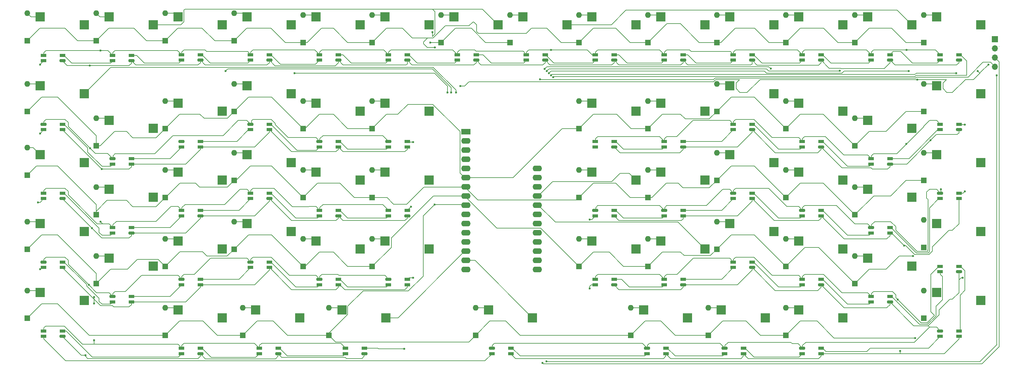
<source format=gbr>
%TF.GenerationSoftware,KiCad,Pcbnew,8.0.3*%
%TF.CreationDate,2024-11-08T10:21:23-08:00*%
%TF.ProjectId,return,72657475-726e-42e6-9b69-6361645f7063,rev?*%
%TF.SameCoordinates,Original*%
%TF.FileFunction,Copper,L2,Bot*%
%TF.FilePolarity,Positive*%
%FSLAX46Y46*%
G04 Gerber Fmt 4.6, Leading zero omitted, Abs format (unit mm)*
G04 Created by KiCad (PCBNEW 8.0.3) date 2024-11-08 10:21:23*
%MOMM*%
%LPD*%
G01*
G04 APERTURE LIST*
G04 Aperture macros list*
%AMRoundRect*
0 Rectangle with rounded corners*
0 $1 Rounding radius*
0 $2 $3 $4 $5 $6 $7 $8 $9 X,Y pos of 4 corners*
0 Add a 4 corners polygon primitive as box body*
4,1,4,$2,$3,$4,$5,$6,$7,$8,$9,$2,$3,0*
0 Add four circle primitives for the rounded corners*
1,1,$1+$1,$2,$3*
1,1,$1+$1,$4,$5*
1,1,$1+$1,$6,$7*
1,1,$1+$1,$8,$9*
0 Add four rect primitives between the rounded corners*
20,1,$1+$1,$2,$3,$4,$5,0*
20,1,$1+$1,$4,$5,$6,$7,0*
20,1,$1+$1,$6,$7,$8,$9,0*
20,1,$1+$1,$8,$9,$2,$3,0*%
G04 Aperture macros list end*
%TA.AperFunction,SMDPad,CuDef*%
%ADD10R,1.650000X0.820000*%
%TD*%
%TA.AperFunction,SMDPad,CuDef*%
%ADD11RoundRect,0.205000X-0.620000X-0.205000X0.620000X-0.205000X0.620000X0.205000X-0.620000X0.205000X0*%
%TD*%
%TA.AperFunction,SMDPad,CuDef*%
%ADD12RoundRect,0.205000X0.620000X0.205000X-0.620000X0.205000X-0.620000X-0.205000X0.620000X-0.205000X0*%
%TD*%
%TA.AperFunction,ComponentPad*%
%ADD13R,1.700000X1.700000*%
%TD*%
%TA.AperFunction,ComponentPad*%
%ADD14O,1.700000X1.700000*%
%TD*%
%TA.AperFunction,ComponentPad*%
%ADD15RoundRect,0.250000X-1.050000X-0.550000X1.050000X-0.550000X1.050000X0.550000X-1.050000X0.550000X0*%
%TD*%
%TA.AperFunction,ComponentPad*%
%ADD16O,2.600000X1.600000*%
%TD*%
%TA.AperFunction,ComponentPad*%
%ADD17R,1.600000X1.600000*%
%TD*%
%TA.AperFunction,ComponentPad*%
%ADD18O,1.600000X1.600000*%
%TD*%
%TA.AperFunction,SMDPad,CuDef*%
%ADD19RoundRect,0.200000X-1.100000X-1.100000X1.100000X-1.100000X1.100000X1.100000X-1.100000X1.100000X0*%
%TD*%
%TA.AperFunction,ViaPad*%
%ADD20C,0.600000*%
%TD*%
%TA.AperFunction,Conductor*%
%ADD21C,0.200000*%
%TD*%
G04 APERTURE END LIST*
D10*
%TO.P,LED59,1,DOUT*%
%TO.N,Net-(LED59-DOUT)*%
X240755000Y-61759125D03*
D11*
%TO.P,LED59,2,VSS*%
%TO.N,GND*%
X235505000Y-61759125D03*
D10*
%TO.P,LED59,3,DIN*%
%TO.N,Net-(LED57-DOUT)*%
X235505000Y-63259125D03*
%TO.P,LED59,4,VDD*%
%TO.N,+5V*%
X240755000Y-63259125D03*
%TD*%
%TO.P,LED0,1,DOUT*%
%TO.N,Net-(LED0-DOUT)*%
X254555400Y-15478450D03*
D12*
%TO.P,LED0,2,VSS*%
%TO.N,GND*%
X259805400Y-15478450D03*
D10*
%TO.P,LED0,3,DIN*%
%TO.N,LED_DIN*%
X259805400Y-13978450D03*
%TO.P,LED0,4,VDD*%
%TO.N,+5V*%
X254555400Y-13978450D03*
%TD*%
%TO.P,LED34,1,DOUT*%
%TO.N,Net-(LED34-DOUT)*%
X107402200Y-76046925D03*
D11*
%TO.P,LED34,2,VSS*%
%TO.N,GND*%
X102152200Y-76046925D03*
D10*
%TO.P,LED34,3,DIN*%
%TO.N,Net-(LED33-DOUT)*%
X102152200Y-77546925D03*
%TO.P,LED34,4,VDD*%
%TO.N,+5V*%
X107402200Y-77546925D03*
%TD*%
%TO.P,LED63,1,DOUT*%
%TO.N,Net-(LED63-DOUT)*%
X235505000Y-44208725D03*
D12*
%TO.P,LED63,2,VSS*%
%TO.N,GND*%
X240755000Y-44208725D03*
D10*
%TO.P,LED63,3,DIN*%
%TO.N,Net-(LED61-DOUT)*%
X240755000Y-42708725D03*
%TO.P,LED63,4,VDD*%
%TO.N,+5V*%
X235505000Y-42708725D03*
%TD*%
%TO.P,LED39,1,DOUT*%
%TO.N,Net-(LED39-DOUT)*%
X45001000Y-96597325D03*
D12*
%TO.P,LED39,2,VSS*%
%TO.N,GND*%
X50251000Y-96597325D03*
D10*
%TO.P,LED39,3,DIN*%
%TO.N,Net-(LED38-DOUT)*%
X50251000Y-95097325D03*
%TO.P,LED39,4,VDD*%
%TO.N,+5V*%
X45001000Y-95097325D03*
%TD*%
%TO.P,LED31,1,DOUT*%
%TO.N,Net-(LED31-DOUT)*%
X50251000Y-76046925D03*
D11*
%TO.P,LED31,2,VSS*%
%TO.N,GND*%
X45001000Y-76046925D03*
D10*
%TO.P,LED31,3,DIN*%
%TO.N,Net-(LED30-DOUT)*%
X45001000Y-77546925D03*
%TO.P,LED31,4,VDD*%
%TO.N,+5V*%
X50251000Y-77546925D03*
%TD*%
%TO.P,LED30,1,DOUT*%
%TO.N,Net-(LED30-DOUT)*%
X31200600Y-80809525D03*
D11*
%TO.P,LED30,2,VSS*%
%TO.N,GND*%
X25950600Y-80809525D03*
D10*
%TO.P,LED30,3,DIN*%
%TO.N,Net-(LED29-DOUT)*%
X25950600Y-82309525D03*
%TO.P,LED30,4,VDD*%
%TO.N,+5V*%
X31200600Y-82309525D03*
%TD*%
%TO.P,LED20,1,DOUT*%
%TO.N,Net-(LED20-DOUT)*%
X107402200Y-37946125D03*
D11*
%TO.P,LED20,2,VSS*%
%TO.N,GND*%
X102152200Y-37946125D03*
D10*
%TO.P,LED20,3,DIN*%
%TO.N,Net-(LED19-DOUT)*%
X102152200Y-39446125D03*
%TO.P,LED20,4,VDD*%
%TO.N,+5V*%
X107402200Y-39446125D03*
%TD*%
%TO.P,LED40,1,DOUT*%
%TO.N,Net-(LED40-DOUT)*%
X6900200Y-91834725D03*
D12*
%TO.P,LED40,2,VSS*%
%TO.N,GND*%
X12150200Y-91834725D03*
D10*
%TO.P,LED40,3,DIN*%
%TO.N,Net-(LED39-DOUT)*%
X12150200Y-90334725D03*
%TO.P,LED40,4,VDD*%
%TO.N,+5V*%
X6900200Y-90334725D03*
%TD*%
%TO.P,LED32,1,DOUT*%
%TO.N,Net-(LED32-DOUT)*%
X69301400Y-71284325D03*
D11*
%TO.P,LED32,2,VSS*%
%TO.N,GND*%
X64051400Y-71284325D03*
D10*
%TO.P,LED32,3,DIN*%
%TO.N,Net-(LED31-DOUT)*%
X64051400Y-72784325D03*
%TO.P,LED32,4,VDD*%
%TO.N,+5V*%
X69301400Y-72784325D03*
%TD*%
%TO.P,LED48,1,DOUT*%
%TO.N,Net-(LED48-DOUT)*%
X216454600Y-77546925D03*
D12*
%TO.P,LED48,2,VSS*%
%TO.N,GND*%
X221704600Y-77546925D03*
D10*
%TO.P,LED48,3,DIN*%
%TO.N,Net-(LED47-DOUT)*%
X221704600Y-76046925D03*
%TO.P,LED48,4,VDD*%
%TO.N,+5V*%
X216454600Y-76046925D03*
%TD*%
%TO.P,LED45,1,DOUT*%
%TO.N,Net-(LED45-DOUT)*%
X259805400Y-90334725D03*
D11*
%TO.P,LED45,2,VSS*%
%TO.N,GND*%
X254555400Y-90334725D03*
D10*
%TO.P,LED45,3,DIN*%
%TO.N,Net-(LED44-DOUT)*%
X254555400Y-91834725D03*
%TO.P,LED45,4,VDD*%
%TO.N,+5V*%
X259805400Y-91834725D03*
%TD*%
%TO.P,LED37,1,DOUT*%
%TO.N,Net-(LED37-DOUT)*%
X90245700Y-96597325D03*
D12*
%TO.P,LED37,2,VSS*%
%TO.N,GND*%
X95495700Y-96597325D03*
D10*
%TO.P,LED37,3,DIN*%
%TO.N,Net-(LED34-DOUT)*%
X95495700Y-95097325D03*
%TO.P,LED37,4,VDD*%
%TO.N,+5V*%
X90245700Y-95097325D03*
%TD*%
%TO.P,LED67,1,DOUT*%
%TO.N,Net-(LED67-DOUT)*%
X197404200Y-34683525D03*
D12*
%TO.P,LED67,2,VSS*%
%TO.N,GND*%
X202654200Y-34683525D03*
D10*
%TO.P,LED67,3,DIN*%
%TO.N,Net-(LED66-DOUT)*%
X202654200Y-33183525D03*
%TO.P,LED67,4,VDD*%
%TO.N,+5V*%
X197404200Y-33183525D03*
%TD*%
%TO.P,LED43,1,DOUT*%
%TO.N,Net-(LED43-DOUT)*%
X200272900Y-95097325D03*
D11*
%TO.P,LED43,2,VSS*%
%TO.N,GND*%
X195022900Y-95097325D03*
D10*
%TO.P,LED43,3,DIN*%
%TO.N,/row3DOut*%
X195022900Y-96597325D03*
%TO.P,LED43,4,VDD*%
%TO.N,+5V*%
X200272900Y-96597325D03*
%TD*%
%TO.P,LED13,1,DOUT*%
%TO.N,Net-(LED13-DOUT)*%
X25950600Y-15633125D03*
D12*
%TO.P,LED13,2,VSS*%
%TO.N,GND*%
X31200600Y-15633125D03*
D10*
%TO.P,LED13,3,DIN*%
%TO.N,Net-(LED12-DOUT)*%
X31200600Y-14133125D03*
%TO.P,LED13,4,VDD*%
%TO.N,+5V*%
X25950600Y-14133125D03*
%TD*%
%TO.P,LED11,1,DOUT*%
%TO.N,Net-(LED11-DOUT)*%
X64051400Y-15478450D03*
D12*
%TO.P,LED11,2,VSS*%
%TO.N,GND*%
X69301400Y-15478450D03*
D10*
%TO.P,LED11,3,DIN*%
%TO.N,Net-(LED10-DOUT)*%
X69301400Y-13978450D03*
%TO.P,LED11,4,VDD*%
%TO.N,+5V*%
X64051400Y-13978450D03*
%TD*%
%TO.P,LED61,1,DOUT*%
%TO.N,Net-(LED61-DOUT)*%
X254555400Y-34683525D03*
D12*
%TO.P,LED61,2,VSS*%
%TO.N,GND*%
X259805400Y-34683525D03*
D10*
%TO.P,LED61,3,DIN*%
%TO.N,Net-(LED60-DOUT)*%
X259805400Y-33183525D03*
%TO.P,LED61,4,VDD*%
%TO.N,+5V*%
X254555400Y-33183525D03*
%TD*%
%TO.P,LED4,1,DOUT*%
%TO.N,Net-(LED4-DOUT)*%
X197404200Y-15478450D03*
D12*
%TO.P,LED4,2,VSS*%
%TO.N,GND*%
X202654200Y-15478450D03*
D10*
%TO.P,LED4,3,DIN*%
%TO.N,Net-(LED3-DOUT)*%
X202654200Y-13978450D03*
%TO.P,LED4,4,VDD*%
%TO.N,+5V*%
X197404200Y-13978450D03*
%TD*%
%TO.P,LED23,1,DOUT*%
%TO.N,Net-(LED23-DOUT)*%
X102152200Y-58496525D03*
D12*
%TO.P,LED23,2,VSS*%
%TO.N,GND*%
X107402200Y-58496525D03*
D10*
%TO.P,LED23,3,DIN*%
%TO.N,Net-(LED20-DOUT)*%
X107402200Y-56996525D03*
%TO.P,LED23,4,VDD*%
%TO.N,+5V*%
X102152200Y-56996525D03*
%TD*%
%TO.P,LED29,1,DOUT*%
%TO.N,Net-(LED29-DOUT)*%
X12150200Y-71284325D03*
D11*
%TO.P,LED29,2,VSS*%
%TO.N,GND*%
X6900200Y-71284325D03*
D10*
%TO.P,LED29,3,DIN*%
%TO.N,/row2DOut*%
X6900200Y-72784325D03*
%TO.P,LED29,4,VDD*%
%TO.N,+5V*%
X12150200Y-72784325D03*
%TD*%
%TO.P,LED17,1,DOUT*%
%TO.N,Net-(LED17-DOUT)*%
X50251000Y-37946125D03*
D11*
%TO.P,LED17,2,VSS*%
%TO.N,GND*%
X45001000Y-37946125D03*
D10*
%TO.P,LED17,3,DIN*%
%TO.N,Net-(LED16-DOUT)*%
X45001000Y-39446125D03*
%TO.P,LED17,4,VDD*%
%TO.N,+5V*%
X50251000Y-39446125D03*
%TD*%
%TO.P,LED53,1,DOUT*%
%TO.N,Net-(LED53-DOUT)*%
X159303400Y-77546925D03*
D12*
%TO.P,LED53,2,VSS*%
%TO.N,GND*%
X164553400Y-77546925D03*
D10*
%TO.P,LED53,3,DIN*%
%TO.N,Net-(LED52-DOUT)*%
X164553400Y-76046925D03*
%TO.P,LED53,4,VDD*%
%TO.N,+5V*%
X159303400Y-76046925D03*
%TD*%
%TO.P,LED51,1,DOUT*%
%TO.N,Net-(LED51-DOUT)*%
X197404200Y-72784325D03*
D12*
%TO.P,LED51,2,VSS*%
%TO.N,GND*%
X202654200Y-72784325D03*
D10*
%TO.P,LED51,3,DIN*%
%TO.N,Net-(LED48-DOUT)*%
X202654200Y-71284325D03*
%TO.P,LED51,4,VDD*%
%TO.N,+5V*%
X197404200Y-71284325D03*
%TD*%
%TO.P,LED7,1,DOUT*%
%TO.N,Net-(LED7-DOUT)*%
X140253000Y-15478450D03*
D12*
%TO.P,LED7,2,VSS*%
%TO.N,GND*%
X145503000Y-15478450D03*
D10*
%TO.P,LED7,3,DIN*%
%TO.N,Net-(LED6-DOUT)*%
X145503000Y-13978450D03*
%TO.P,LED7,4,VDD*%
%TO.N,+5V*%
X140253000Y-13978450D03*
%TD*%
%TO.P,LED19,1,DOUT*%
%TO.N,Net-(LED19-DOUT)*%
X88351800Y-37946125D03*
D11*
%TO.P,LED19,2,VSS*%
%TO.N,GND*%
X83101800Y-37946125D03*
D10*
%TO.P,LED19,3,DIN*%
%TO.N,Net-(LED18-DOUT)*%
X83101800Y-39446125D03*
%TO.P,LED19,4,VDD*%
%TO.N,+5V*%
X88351800Y-39446125D03*
%TD*%
%TO.P,LED26,1,DOUT*%
%TO.N,Net-(LED26-DOUT)*%
X45001000Y-58496525D03*
D12*
%TO.P,LED26,2,VSS*%
%TO.N,GND*%
X50251000Y-58496525D03*
D10*
%TO.P,LED26,3,DIN*%
%TO.N,Net-(LED25-DOUT)*%
X50251000Y-56996525D03*
%TO.P,LED26,4,VDD*%
%TO.N,+5V*%
X45001000Y-56996525D03*
%TD*%
D13*
%TO.P,J1,1,Pin_1*%
%TO.N,GND*%
X269682225Y-9644425D03*
D14*
%TO.P,J1,2,Pin_2*%
%TO.N,Net-(A1-SCL)*%
X269682225Y-12184425D03*
%TO.P,J1,3,Pin_3*%
%TO.N,Net-(A1-SDA)*%
X269682225Y-14724425D03*
%TO.P,J1,4,Pin_4*%
%TO.N,+5V*%
X269682225Y-17264425D03*
%TD*%
D10*
%TO.P,LED57,1,DOUT*%
%TO.N,Net-(LED57-DOUT)*%
X221704600Y-56996525D03*
D11*
%TO.P,LED57,2,VSS*%
%TO.N,GND*%
X216454600Y-56996525D03*
D10*
%TO.P,LED57,3,DIN*%
%TO.N,/row4DOut*%
X216454600Y-58496525D03*
%TO.P,LED57,4,VDD*%
%TO.N,+5V*%
X221704600Y-58496525D03*
%TD*%
%TO.P,LED47,1,DOUT*%
%TO.N,Net-(LED47-DOUT)*%
X235505000Y-82309525D03*
D12*
%TO.P,LED47,2,VSS*%
%TO.N,GND*%
X240755000Y-82309525D03*
D10*
%TO.P,LED47,3,DIN*%
%TO.N,Net-(LED46-DOUT)*%
X240755000Y-80809525D03*
%TO.P,LED47,4,VDD*%
%TO.N,+5V*%
X235505000Y-80809525D03*
%TD*%
%TO.P,LED54,1,DOUT*%
%TO.N,Net-(LED54-DOUT)*%
X164553400Y-56996525D03*
D11*
%TO.P,LED54,2,VSS*%
%TO.N,GND*%
X159303400Y-56996525D03*
D10*
%TO.P,LED54,3,DIN*%
%TO.N,Net-(LED53-DOUT)*%
X159303400Y-58496525D03*
%TO.P,LED54,4,VDD*%
%TO.N,+5V*%
X164553400Y-58496525D03*
%TD*%
%TO.P,LED3,1,DOUT*%
%TO.N,Net-(LED3-DOUT)*%
X216454600Y-15478450D03*
D12*
%TO.P,LED3,2,VSS*%
%TO.N,GND*%
X221704600Y-15478450D03*
D10*
%TO.P,LED3,3,DIN*%
%TO.N,Net-(LED2-DOUT)*%
X221704600Y-13978450D03*
%TO.P,LED3,4,VDD*%
%TO.N,+5V*%
X216454600Y-13978450D03*
%TD*%
%TO.P,LED10,1,DOUT*%
%TO.N,Net-(LED10-DOUT)*%
X83101800Y-15478450D03*
D12*
%TO.P,LED10,2,VSS*%
%TO.N,GND*%
X88351800Y-15478450D03*
D10*
%TO.P,LED10,3,DIN*%
%TO.N,Net-(LED10-DIN)*%
X88351800Y-13978450D03*
%TO.P,LED10,4,VDD*%
%TO.N,+5V*%
X83101800Y-13978450D03*
%TD*%
D15*
%TO.P,A1,1,~{RESET}*%
%TO.N,unconnected-(A1-~{RESET}-Pad1)*%
X123532275Y-35243400D03*
D16*
%TO.P,A1,2,3V3*%
%TO.N,unconnected-(A1-3V3-Pad2)*%
X123532275Y-37783400D03*
%TO.P,A1,3,AREF*%
%TO.N,unconnected-(A1-AREF-Pad3)*%
X123532275Y-40323400D03*
%TO.P,A1,4,GND*%
%TO.N,GND*%
X123532275Y-42863400D03*
%TO.P,A1,5,A0*%
%TO.N,ROW0*%
X123532275Y-45403400D03*
%TO.P,A1,6,A1*%
%TO.N,ROW1*%
X123532275Y-47943400D03*
%TO.P,A1,7,A2*%
%TO.N,ROW2*%
X123532275Y-50483400D03*
%TO.P,A1,8,A3*%
%TO.N,ROW3*%
X123532275Y-53023400D03*
%TO.P,A1,9,A4*%
%TO.N,ROW4*%
X123532275Y-55563400D03*
%TO.P,A1,10,A5*%
%TO.N,COL0*%
X123532275Y-58103400D03*
%TO.P,A1,11,SCK*%
%TO.N,COL1*%
X123532275Y-60643400D03*
%TO.P,A1,12,MOSI*%
%TO.N,COL2*%
X123532275Y-63183400D03*
%TO.P,A1,13,MISO*%
%TO.N,COL3*%
X123532275Y-65723400D03*
%TO.P,A1,14,RX*%
%TO.N,COL4*%
X123532275Y-68263400D03*
%TO.P,A1,15,TX*%
%TO.N,COL5*%
X123532275Y-70803400D03*
%TO.P,A1,16,SPARE*%
%TO.N,unconnected-(A1-SPARE-Pad16)*%
X123532275Y-73343400D03*
%TO.P,A1,17,SDA*%
%TO.N,Net-(A1-SDA)*%
X143252275Y-73343400D03*
%TO.P,A1,18,SCL*%
%TO.N,Net-(A1-SCL)*%
X143252275Y-70803400D03*
%TO.P,A1,19,D0*%
%TO.N,LED_DIN*%
X143252275Y-68263400D03*
%TO.P,A1,20,D1*%
%TO.N,COL11*%
X143252275Y-65723400D03*
%TO.P,A1,21,D2*%
%TO.N,COL10*%
X143252275Y-63183400D03*
%TO.P,A1,22,D3*%
%TO.N,COL9*%
X143252275Y-60643400D03*
%TO.P,A1,23,D4*%
%TO.N,COL8*%
X143252275Y-58103400D03*
%TO.P,A1,24,D5*%
%TO.N,COL7*%
X143252275Y-55563400D03*
%TO.P,A1,25,D6*%
%TO.N,COL6*%
X143252275Y-53023400D03*
%TO.P,A1,26,USB*%
%TO.N,+5V*%
X143252275Y-50483400D03*
%TO.P,A1,27,EN*%
%TO.N,unconnected-(A1-EN-Pad27)*%
X143252275Y-47943400D03*
%TO.P,A1,28,VBAT*%
%TO.N,unconnected-(A1-VBAT-Pad28)*%
X143252275Y-45403400D03*
%TD*%
D10*
%TO.P,LED66,1,DOUT*%
%TO.N,Net-(LED66-DOUT)*%
X216454600Y-39446125D03*
D12*
%TO.P,LED66,2,VSS*%
%TO.N,GND*%
X221704600Y-39446125D03*
D10*
%TO.P,LED66,3,DIN*%
%TO.N,Net-(LED63-DOUT)*%
X221704600Y-37946125D03*
%TO.P,LED66,4,VDD*%
%TO.N,+5V*%
X216454600Y-37946125D03*
%TD*%
%TO.P,LED70,1,DOUT*%
%TO.N,unconnected-(LED70-DOUT-Pad1)*%
X159303400Y-39446125D03*
D12*
%TO.P,LED70,2,VSS*%
%TO.N,GND*%
X164553400Y-39446125D03*
D10*
%TO.P,LED70,3,DIN*%
%TO.N,Net-(LED68-DOUT)*%
X164553400Y-37946125D03*
%TO.P,LED70,4,VDD*%
%TO.N,+5V*%
X159303400Y-37946125D03*
%TD*%
%TO.P,LED46,1,DOUT*%
%TO.N,Net-(LED46-DOUT)*%
X254555400Y-73974975D03*
D12*
%TO.P,LED46,2,VSS*%
%TO.N,GND*%
X259805400Y-73974975D03*
D10*
%TO.P,LED46,3,DIN*%
%TO.N,Net-(LED45-DOUT)*%
X259805400Y-72474975D03*
%TO.P,LED46,4,VDD*%
%TO.N,+5V*%
X254555400Y-72474975D03*
%TD*%
%TO.P,LED9,1,DOUT*%
%TO.N,Net-(LED10-DIN)*%
X102152200Y-15478450D03*
D12*
%TO.P,LED9,2,VSS*%
%TO.N,GND*%
X107402200Y-15478450D03*
D10*
%TO.P,LED9,3,DIN*%
%TO.N,Net-(LED8-DOUT)*%
X107402200Y-13978450D03*
%TO.P,LED9,4,VDD*%
%TO.N,+5V*%
X102152200Y-13978450D03*
%TD*%
%TO.P,LED2,1,DOUT*%
%TO.N,Net-(LED2-DOUT)*%
X235505000Y-15478450D03*
D12*
%TO.P,LED2,2,VSS*%
%TO.N,GND*%
X240755000Y-15478450D03*
D10*
%TO.P,LED2,3,DIN*%
%TO.N,Net-(LED0-DOUT)*%
X240755000Y-13978450D03*
%TO.P,LED2,4,VDD*%
%TO.N,+5V*%
X235505000Y-13978450D03*
%TD*%
%TO.P,LED27,1,DOUT*%
%TO.N,Net-(LED27-DOUT)*%
X25950600Y-63259125D03*
D12*
%TO.P,LED27,2,VSS*%
%TO.N,GND*%
X31200600Y-63259125D03*
D10*
%TO.P,LED27,3,DIN*%
%TO.N,Net-(LED26-DOUT)*%
X31200600Y-61759125D03*
%TO.P,LED27,4,VDD*%
%TO.N,+5V*%
X25950600Y-61759125D03*
%TD*%
%TO.P,LED42,1,DOUT*%
%TO.N,/row3DOut*%
X178841200Y-95097325D03*
D11*
%TO.P,LED42,2,VSS*%
%TO.N,GND*%
X173591200Y-95097325D03*
D10*
%TO.P,LED42,3,DIN*%
%TO.N,Net-(LED41-DOUT)*%
X173591200Y-96597325D03*
%TO.P,LED42,4,VDD*%
%TO.N,+5V*%
X178841200Y-96597325D03*
%TD*%
%TO.P,LED5,1,DOUT*%
%TO.N,Net-(LED5-DOUT)*%
X178353800Y-15478450D03*
D12*
%TO.P,LED5,2,VSS*%
%TO.N,GND*%
X183603800Y-15478450D03*
D10*
%TO.P,LED5,3,DIN*%
%TO.N,Net-(LED4-DOUT)*%
X183603800Y-13978450D03*
%TO.P,LED5,4,VDD*%
%TO.N,+5V*%
X178353800Y-13978450D03*
%TD*%
%TO.P,LED41,1,DOUT*%
%TO.N,Net-(LED41-DOUT)*%
X135977800Y-95097325D03*
D11*
%TO.P,LED41,2,VSS*%
%TO.N,GND*%
X130727800Y-95097325D03*
D10*
%TO.P,LED41,3,DIN*%
%TO.N,Net-(LED40-DOUT)*%
X130727800Y-96597325D03*
%TO.P,LED41,4,VDD*%
%TO.N,+5V*%
X135977800Y-96597325D03*
%TD*%
%TO.P,LED16,1,DOUT*%
%TO.N,Net-(LED16-DOUT)*%
X31200600Y-42708725D03*
D11*
%TO.P,LED16,2,VSS*%
%TO.N,GND*%
X25950600Y-42708725D03*
D10*
%TO.P,LED16,3,DIN*%
%TO.N,Net-(LED15-DOUT)*%
X25950600Y-44208725D03*
%TO.P,LED16,4,VDD*%
%TO.N,+5V*%
X31200600Y-44208725D03*
%TD*%
%TO.P,LED55,1,DOUT*%
%TO.N,Net-(LED55-DOUT)*%
X183603800Y-56996525D03*
D11*
%TO.P,LED55,2,VSS*%
%TO.N,GND*%
X178353800Y-56996525D03*
D10*
%TO.P,LED55,3,DIN*%
%TO.N,Net-(LED54-DOUT)*%
X178353800Y-58496525D03*
%TO.P,LED55,4,VDD*%
%TO.N,+5V*%
X183603800Y-58496525D03*
%TD*%
%TO.P,LED15,1,DOUT*%
%TO.N,Net-(LED15-DOUT)*%
X12150200Y-33183525D03*
D11*
%TO.P,LED15,2,VSS*%
%TO.N,GND*%
X6900200Y-33183525D03*
D10*
%TO.P,LED15,3,DIN*%
%TO.N,/row1DOut*%
X6900200Y-34683525D03*
%TO.P,LED15,4,VDD*%
%TO.N,+5V*%
X12150200Y-34683525D03*
%TD*%
%TO.P,LED60,1,DOUT*%
%TO.N,Net-(LED60-DOUT)*%
X259805400Y-52233925D03*
D11*
%TO.P,LED60,2,VSS*%
%TO.N,GND*%
X254555400Y-52233925D03*
D10*
%TO.P,LED60,3,DIN*%
%TO.N,Net-(LED59-DOUT)*%
X254555400Y-53733925D03*
%TO.P,LED60,4,VDD*%
%TO.N,+5V*%
X259805400Y-53733925D03*
%TD*%
%TO.P,LED12,1,DOUT*%
%TO.N,Net-(LED12-DOUT)*%
X45001000Y-15478450D03*
D12*
%TO.P,LED12,2,VSS*%
%TO.N,GND*%
X50251000Y-15478450D03*
D10*
%TO.P,LED12,3,DIN*%
%TO.N,Net-(LED11-DOUT)*%
X50251000Y-13978450D03*
%TO.P,LED12,4,VDD*%
%TO.N,+5V*%
X45001000Y-13978450D03*
%TD*%
%TO.P,LED28,1,DOUT*%
%TO.N,/row2DOut*%
X6900200Y-53733925D03*
D12*
%TO.P,LED28,2,VSS*%
%TO.N,GND*%
X12150200Y-53733925D03*
D10*
%TO.P,LED28,3,DIN*%
%TO.N,Net-(LED27-DOUT)*%
X12150200Y-52233925D03*
%TO.P,LED28,4,VDD*%
%TO.N,+5V*%
X6900200Y-52233925D03*
%TD*%
%TO.P,LED38,1,DOUT*%
%TO.N,Net-(LED38-DOUT)*%
X66432700Y-96597325D03*
D12*
%TO.P,LED38,2,VSS*%
%TO.N,GND*%
X71682700Y-96597325D03*
D10*
%TO.P,LED38,3,DIN*%
%TO.N,Net-(LED37-DOUT)*%
X71682700Y-95097325D03*
%TO.P,LED38,4,VDD*%
%TO.N,+5V*%
X66432700Y-95097325D03*
%TD*%
%TO.P,LED24,1,DOUT*%
%TO.N,Net-(LED24-DOUT)*%
X83101800Y-58496525D03*
D12*
%TO.P,LED24,2,VSS*%
%TO.N,GND*%
X88351800Y-58496525D03*
D10*
%TO.P,LED24,3,DIN*%
%TO.N,Net-(LED23-DOUT)*%
X88351800Y-56996525D03*
%TO.P,LED24,4,VDD*%
%TO.N,+5V*%
X83101800Y-56996525D03*
%TD*%
%TO.P,LED44,1,DOUT*%
%TO.N,Net-(LED44-DOUT)*%
X221704600Y-95097325D03*
D11*
%TO.P,LED44,2,VSS*%
%TO.N,GND*%
X216454600Y-95097325D03*
D10*
%TO.P,LED44,3,DIN*%
%TO.N,Net-(LED43-DOUT)*%
X216454600Y-96597325D03*
%TO.P,LED44,4,VDD*%
%TO.N,+5V*%
X221704600Y-96597325D03*
%TD*%
%TO.P,LED52,1,DOUT*%
%TO.N,Net-(LED52-DOUT)*%
X178353800Y-77546925D03*
D12*
%TO.P,LED52,2,VSS*%
%TO.N,GND*%
X183603800Y-77546925D03*
D10*
%TO.P,LED52,3,DIN*%
%TO.N,Net-(LED51-DOUT)*%
X183603800Y-76046925D03*
%TO.P,LED52,4,VDD*%
%TO.N,+5V*%
X178353800Y-76046925D03*
%TD*%
%TO.P,LED14,1,DOUT*%
%TO.N,/row1DOut*%
X6900200Y-15633125D03*
D12*
%TO.P,LED14,2,VSS*%
%TO.N,GND*%
X12150200Y-15633125D03*
D10*
%TO.P,LED14,3,DIN*%
%TO.N,Net-(LED13-DOUT)*%
X12150200Y-14133125D03*
%TO.P,LED14,4,VDD*%
%TO.N,+5V*%
X6900200Y-14133125D03*
%TD*%
%TO.P,LED56,1,DOUT*%
%TO.N,/row4DOut*%
X202654200Y-52233925D03*
D11*
%TO.P,LED56,2,VSS*%
%TO.N,GND*%
X197404200Y-52233925D03*
D10*
%TO.P,LED56,3,DIN*%
%TO.N,Net-(LED55-DOUT)*%
X197404200Y-53733925D03*
%TO.P,LED56,4,VDD*%
%TO.N,+5V*%
X202654200Y-53733925D03*
%TD*%
%TO.P,LED6,1,DOUT*%
%TO.N,Net-(LED6-DOUT)*%
X159303400Y-15478450D03*
D12*
%TO.P,LED6,2,VSS*%
%TO.N,GND*%
X164553400Y-15478450D03*
D10*
%TO.P,LED6,3,DIN*%
%TO.N,Net-(LED5-DOUT)*%
X164553400Y-13978450D03*
%TO.P,LED6,4,VDD*%
%TO.N,+5V*%
X159303400Y-13978450D03*
%TD*%
%TO.P,LED25,1,DOUT*%
%TO.N,Net-(LED25-DOUT)*%
X64051400Y-53733925D03*
D12*
%TO.P,LED25,2,VSS*%
%TO.N,GND*%
X69301400Y-53733925D03*
D10*
%TO.P,LED25,3,DIN*%
%TO.N,Net-(LED24-DOUT)*%
X69301400Y-52233925D03*
%TO.P,LED25,4,VDD*%
%TO.N,+5V*%
X64051400Y-52233925D03*
%TD*%
%TO.P,LED68,1,DOUT*%
%TO.N,Net-(LED68-DOUT)*%
X178353800Y-39446125D03*
D12*
%TO.P,LED68,2,VSS*%
%TO.N,GND*%
X183603800Y-39446125D03*
D10*
%TO.P,LED68,3,DIN*%
%TO.N,Net-(LED67-DOUT)*%
X183603800Y-37946125D03*
%TO.P,LED68,4,VDD*%
%TO.N,+5V*%
X178353800Y-37946125D03*
%TD*%
%TO.P,LED33,1,DOUT*%
%TO.N,Net-(LED33-DOUT)*%
X88351800Y-76046925D03*
D11*
%TO.P,LED33,2,VSS*%
%TO.N,GND*%
X83101800Y-76046925D03*
D10*
%TO.P,LED33,3,DIN*%
%TO.N,Net-(LED32-DOUT)*%
X83101800Y-77546925D03*
%TO.P,LED33,4,VDD*%
%TO.N,+5V*%
X88351800Y-77546925D03*
%TD*%
%TO.P,LED8,1,DOUT*%
%TO.N,Net-(LED8-DOUT)*%
X121202600Y-15478450D03*
D12*
%TO.P,LED8,2,VSS*%
%TO.N,GND*%
X126452600Y-15478450D03*
D10*
%TO.P,LED8,3,DIN*%
%TO.N,Net-(LED7-DOUT)*%
X126452600Y-13978450D03*
%TO.P,LED8,4,VDD*%
%TO.N,+5V*%
X121202600Y-13978450D03*
%TD*%
%TO.P,LED18,1,DOUT*%
%TO.N,Net-(LED18-DOUT)*%
X69301400Y-33183525D03*
D11*
%TO.P,LED18,2,VSS*%
%TO.N,GND*%
X64051400Y-33183525D03*
D10*
%TO.P,LED18,3,DIN*%
%TO.N,Net-(LED17-DOUT)*%
X64051400Y-34683525D03*
%TO.P,LED18,4,VDD*%
%TO.N,+5V*%
X69301400Y-34683525D03*
%TD*%
D17*
%TO.P,D13,1,K*%
%TO.N,ROW0*%
X192881250Y-10597525D03*
D18*
%TO.P,D13,2,A*%
%TO.N,Net-(D13-A)*%
X192881250Y-2977525D03*
%TD*%
D17*
%TO.P,D2,1,K*%
%TO.N,ROW0*%
X21431250Y-10121275D03*
D18*
%TO.P,D2,2,A*%
%TO.N,Net-(D2-A)*%
X21431250Y-2501275D03*
%TD*%
D19*
%TO.P,SW7,1,1*%
%TO.N,COL4*%
X94300000Y-5725000D03*
%TO.P,SW7,2,2*%
%TO.N,Net-(D7-A)*%
X82150000Y-3525000D03*
%TD*%
%TO.P,SW28,1,1*%
%TO.N,COL2*%
X56200000Y-29537500D03*
%TO.P,SW28,2,2*%
%TO.N,Net-(D28-A)*%
X44050000Y-27337500D03*
%TD*%
%TO.P,SW14,1,1*%
%TO.N,COL9*%
X227650000Y-5725000D03*
%TO.P,SW14,2,2*%
%TO.N,Net-(D14-A)*%
X215500000Y-3525000D03*
%TD*%
%TO.P,SW58,1,1*%
%TO.N,COL5*%
X141925000Y-86687500D03*
%TO.P,SW58,2,2*%
%TO.N,Net-(D58-A)*%
X129775000Y-84487500D03*
%TD*%
%TO.P,SW55,1,1*%
%TO.N,COL2*%
X56200000Y-86687500D03*
%TO.P,SW55,2,2*%
%TO.N,Net-(D55-A)*%
X44050000Y-84487500D03*
%TD*%
%TO.P,SW8,1,1*%
%TO.N,COL5*%
X113350000Y-5725000D03*
%TO.P,SW8,2,2*%
%TO.N,Net-(D8-A)*%
X101200000Y-3525000D03*
%TD*%
D17*
%TO.P,D17,1,K*%
%TO.N,ROW1*%
X2381250Y-29647525D03*
D18*
%TO.P,D17,2,A*%
%TO.N,Net-(D17-A)*%
X2381250Y-22027525D03*
%TD*%
D19*
%TO.P,SW51,1,1*%
%TO.N,COL9*%
X227650000Y-67637500D03*
%TO.P,SW51,2,2*%
%TO.N,Net-(D51-A)*%
X215500000Y-65437500D03*
%TD*%
%TO.P,SW61,1,1*%
%TO.N,COL8*%
X227650000Y-86687500D03*
%TO.P,SW61,2,2*%
%TO.N,Net-(D61-A)*%
X215500000Y-84487500D03*
%TD*%
%TO.P,SW27,1,1*%
%TO.N,COL1*%
X37150000Y-72400000D03*
%TO.P,SW27,2,2*%
%TO.N,Net-(D27-A)*%
X25000000Y-70200000D03*
%TD*%
D17*
%TO.P,D42,1,K*%
%TO.N,ROW3*%
X154781250Y-72510025D03*
D18*
%TO.P,D42,2,A*%
%TO.N,Net-(D42-A)*%
X154781250Y-64890025D03*
%TD*%
D17*
%TO.P,D53,1,K*%
%TO.N,ROW2*%
X230981250Y-58222525D03*
D18*
%TO.P,D53,2,A*%
%TO.N,Net-(D53-A)*%
X230981250Y-50602525D03*
%TD*%
D17*
%TO.P,D23,1,K*%
%TO.N,ROW3*%
X250031250Y-67271275D03*
D18*
%TO.P,D23,2,A*%
%TO.N,Net-(D23-A)*%
X250031250Y-59651275D03*
%TD*%
D17*
%TO.P,D44,1,K*%
%TO.N,ROW2*%
X173831250Y-53460025D03*
D18*
%TO.P,D44,2,A*%
%TO.N,Net-(D44-A)*%
X173831250Y-45840025D03*
%TD*%
D17*
%TO.P,D26,1,K*%
%TO.N,ROW2*%
X21431250Y-58222525D03*
D18*
%TO.P,D26,2,A*%
%TO.N,Net-(D26-A)*%
X21431250Y-50602525D03*
%TD*%
D17*
%TO.P,D45,1,K*%
%TO.N,ROW3*%
X173831250Y-72510025D03*
D18*
%TO.P,D45,2,A*%
%TO.N,Net-(D45-A)*%
X173831250Y-64890025D03*
%TD*%
D17*
%TO.P,D34,1,K*%
%TO.N,ROW1*%
X78581250Y-34410025D03*
D18*
%TO.P,D34,2,A*%
%TO.N,Net-(D34-A)*%
X78581250Y-26790025D03*
%TD*%
D17*
%TO.P,D24,1,K*%
%TO.N,ROW4*%
X250031250Y-86797525D03*
D18*
%TO.P,D24,2,A*%
%TO.N,Net-(D24-A)*%
X250031250Y-79177525D03*
%TD*%
D19*
%TO.P,SW19,1,1*%
%TO.N,COL0*%
X18100000Y-62875000D03*
%TO.P,SW19,2,2*%
%TO.N,Net-(D19-A)*%
X5950000Y-60675000D03*
%TD*%
%TO.P,SW24,1,1*%
%TO.N,COL11*%
X265750000Y-81925000D03*
%TO.P,SW24,2,2*%
%TO.N,Net-(D24-A)*%
X253600000Y-79725000D03*
%TD*%
%TO.P,SW60,1,1*%
%TO.N,COL7*%
X206222700Y-86689200D03*
%TO.P,SW60,2,2*%
%TO.N,Net-(D60-A)*%
X194072700Y-84489200D03*
%TD*%
%TO.P,SW3,1,1*%
%TO.N,COL0*%
X18100000Y-5725000D03*
%TO.P,SW3,2,2*%
%TO.N,Net-(D1-A)*%
X5950000Y-3525000D03*
%TD*%
D17*
%TO.P,D28,1,K*%
%TO.N,ROW1*%
X40481250Y-34410025D03*
D18*
%TO.P,D28,2,A*%
%TO.N,Net-(D28-A)*%
X40481250Y-26790025D03*
%TD*%
D17*
%TO.P,D39,1,K*%
%TO.N,ROW3*%
X97631250Y-72510025D03*
D18*
%TO.P,D39,2,A*%
%TO.N,Net-(D39-A)*%
X97631250Y-64890025D03*
%TD*%
D19*
%TO.P,SW22,1,1*%
%TO.N,COL11*%
X265750000Y-43825000D03*
%TO.P,SW22,2,2*%
%TO.N,Net-(D22-A)*%
X253600000Y-41625000D03*
%TD*%
D17*
%TO.P,D41,1,K*%
%TO.N,ROW2*%
X154781250Y-53460025D03*
D18*
%TO.P,D41,2,A*%
%TO.N,Net-(D41-A)*%
X154781250Y-45840025D03*
%TD*%
D19*
%TO.P,SW41,1,1*%
%TO.N,COL6*%
X170500000Y-48587500D03*
%TO.P,SW41,2,2*%
%TO.N,Net-(D41-A)*%
X158350000Y-46387500D03*
%TD*%
%TO.P,SW59,1,1*%
%TO.N,COL6*%
X184791200Y-86687500D03*
%TO.P,SW59,2,2*%
%TO.N,Net-(D59-A)*%
X172641200Y-84487500D03*
%TD*%
%TO.P,SW52,1,1*%
%TO.N,COL10*%
X246700000Y-34300000D03*
%TO.P,SW52,2,2*%
%TO.N,Net-(D52-A)*%
X234550000Y-32100000D03*
%TD*%
D17*
%TO.P,D56,1,K*%
%TO.N,ROW4*%
X61912500Y-91560025D03*
D18*
%TO.P,D56,2,A*%
%TO.N,Net-(D56-A)*%
X61912500Y-83940025D03*
%TD*%
D17*
%TO.P,D7,1,K*%
%TO.N,ROW0*%
X78581250Y-10597525D03*
D18*
%TO.P,D7,2,A*%
%TO.N,Net-(D7-A)*%
X78581250Y-2977525D03*
%TD*%
D19*
%TO.P,SW50,1,1*%
%TO.N,COL9*%
X227650000Y-48587500D03*
%TO.P,SW50,2,2*%
%TO.N,Net-(D50-A)*%
X215500000Y-46387500D03*
%TD*%
D17*
%TO.P,D6,1,K*%
%TO.N,ROW0*%
X59531250Y-10121275D03*
D18*
%TO.P,D6,2,A*%
%TO.N,Net-(D6-A)*%
X59531250Y-2501275D03*
%TD*%
D17*
%TO.P,D37,1,K*%
%TO.N,ROW1*%
X97631250Y-34410025D03*
D18*
%TO.P,D37,2,A*%
%TO.N,Net-(D37-A)*%
X97631250Y-26790025D03*
%TD*%
D17*
%TO.P,D14,1,K*%
%TO.N,ROW0*%
X211931250Y-10597525D03*
D18*
%TO.P,D14,2,A*%
%TO.N,Net-(D14-A)*%
X211931250Y-2977525D03*
%TD*%
D17*
%TO.P,D38,1,K*%
%TO.N,ROW2*%
X97631250Y-53460025D03*
D18*
%TO.P,D38,2,A*%
%TO.N,Net-(D38-A)*%
X97631250Y-45840025D03*
%TD*%
D17*
%TO.P,D25,1,K*%
%TO.N,ROW1*%
X21431250Y-39172525D03*
D18*
%TO.P,D25,2,A*%
%TO.N,Net-(D25-A)*%
X21431250Y-31552525D03*
%TD*%
D17*
%TO.P,D59,1,K*%
%TO.N,ROW4*%
X169072450Y-91560025D03*
D18*
%TO.P,D59,2,A*%
%TO.N,Net-(D59-A)*%
X169072450Y-83940025D03*
%TD*%
D17*
%TO.P,D57,1,K*%
%TO.N,ROW4*%
X85725000Y-91560025D03*
D18*
%TO.P,D57,2,A*%
%TO.N,Net-(D57-A)*%
X85725000Y-83940025D03*
%TD*%
D19*
%TO.P,SW15,1,1*%
%TO.N,COL10*%
X246700000Y-5725000D03*
%TO.P,SW15,2,2*%
%TO.N,Net-(D15-A)*%
X234550000Y-3525000D03*
%TD*%
D17*
%TO.P,D5,1,K*%
%TO.N,ROW0*%
X40481250Y-10121275D03*
D18*
%TO.P,D5,2,A*%
%TO.N,Net-(D5-A)*%
X40481250Y-2501275D03*
%TD*%
D17*
%TO.P,D49,1,K*%
%TO.N,ROW1*%
X211931250Y-34410025D03*
D18*
%TO.P,D49,2,A*%
%TO.N,Net-(D49-A)*%
X211931250Y-26790025D03*
%TD*%
D17*
%TO.P,D54,1,K*%
%TO.N,ROW3*%
X230981250Y-77272525D03*
D18*
%TO.P,D54,2,A*%
%TO.N,Net-(D54-A)*%
X230981250Y-69652525D03*
%TD*%
D17*
%TO.P,D61,1,K*%
%TO.N,ROW4*%
X211931250Y-91560025D03*
D18*
%TO.P,D61,2,A*%
%TO.N,Net-(D61-A)*%
X211931250Y-83940025D03*
%TD*%
D19*
%TO.P,SW4,1,1*%
%TO.N,COL1*%
X37150000Y-5725000D03*
%TO.P,SW4,2,2*%
%TO.N,Net-(D2-A)*%
X25000000Y-3525000D03*
%TD*%
%TO.P,SW49,1,1*%
%TO.N,COL9*%
X227650000Y-29537500D03*
%TO.P,SW49,2,2*%
%TO.N,Net-(D49-A)*%
X215500000Y-27337500D03*
%TD*%
%TO.P,SW43,1,1*%
%TO.N,COL7*%
X189550000Y-29537500D03*
%TO.P,SW43,2,2*%
%TO.N,Net-(D43-A)*%
X177400000Y-27337500D03*
%TD*%
D17*
%TO.P,D40,1,K*%
%TO.N,ROW1*%
X154781250Y-34410025D03*
D18*
%TO.P,D40,2,A*%
%TO.N,Net-(D40-A)*%
X154781250Y-26790025D03*
%TD*%
D17*
%TO.P,D20,1,K*%
%TO.N,ROW4*%
X2381250Y-86797525D03*
D18*
%TO.P,D20,2,A*%
%TO.N,Net-(D20-A)*%
X2381250Y-79177525D03*
%TD*%
D19*
%TO.P,SW17,1,1*%
%TO.N,COL0*%
X18100000Y-24775000D03*
%TO.P,SW17,2,2*%
%TO.N,Net-(D17-A)*%
X5950000Y-22575000D03*
%TD*%
D17*
%TO.P,D11,1,K*%
%TO.N,ROW0*%
X154781250Y-10597525D03*
D18*
%TO.P,D11,2,A*%
%TO.N,Net-(D11-A)*%
X154781250Y-2977525D03*
%TD*%
D17*
%TO.P,D1,1,K*%
%TO.N,ROW0*%
X2380900Y-10121275D03*
D18*
%TO.P,D1,2,A*%
%TO.N,Net-(D1-A)*%
X2380900Y-2501275D03*
%TD*%
D19*
%TO.P,SW25,1,1*%
%TO.N,COL1*%
X37150000Y-34300000D03*
%TO.P,SW25,2,2*%
%TO.N,Net-(D25-A)*%
X25000000Y-32100000D03*
%TD*%
D17*
%TO.P,D19,1,K*%
%TO.N,ROW3*%
X2381250Y-67747525D03*
D18*
%TO.P,D19,2,A*%
%TO.N,Net-(D19-A)*%
X2381250Y-60127525D03*
%TD*%
D19*
%TO.P,SW37,1,1*%
%TO.N,COL5*%
X113350000Y-29537500D03*
%TO.P,SW37,2,2*%
%TO.N,Net-(D37-A)*%
X101200000Y-27337500D03*
%TD*%
D17*
%TO.P,D50,1,K*%
%TO.N,ROW2*%
X211931250Y-53460025D03*
D18*
%TO.P,D50,2,A*%
%TO.N,Net-(D50-A)*%
X211931250Y-45840025D03*
%TD*%
D17*
%TO.P,D9,1,K*%
%TO.N,ROW4*%
X116681250Y-10597525D03*
D18*
%TO.P,D9,2,A*%
%TO.N,Net-(D9-A)*%
X116681250Y-2977525D03*
%TD*%
D19*
%TO.P,SW10,1,1*%
%TO.N,COL10*%
X151450000Y-5725000D03*
%TO.P,SW10,2,2*%
%TO.N,Net-(D10-A)*%
X139300000Y-3525000D03*
%TD*%
D17*
%TO.P,D8,1,K*%
%TO.N,ROW0*%
X97631250Y-10597525D03*
D18*
%TO.P,D8,2,A*%
%TO.N,Net-(D8-A)*%
X97631250Y-2977525D03*
%TD*%
D19*
%TO.P,SW46,1,1*%
%TO.N,COL8*%
X208600000Y-24775000D03*
%TO.P,SW46,2,2*%
%TO.N,Net-(D46-A)*%
X196450000Y-22575000D03*
%TD*%
D17*
%TO.P,D27,1,K*%
%TO.N,ROW3*%
X21431250Y-77272525D03*
D18*
%TO.P,D27,2,A*%
%TO.N,Net-(D27-A)*%
X21431250Y-69652525D03*
%TD*%
D17*
%TO.P,D33,1,K*%
%TO.N,ROW3*%
X59531250Y-67747525D03*
D18*
%TO.P,D33,2,A*%
%TO.N,Net-(D33-A)*%
X59531250Y-60127525D03*
%TD*%
D17*
%TO.P,D30,1,K*%
%TO.N,ROW3*%
X40481250Y-72510025D03*
D18*
%TO.P,D30,2,A*%
%TO.N,Net-(D30-A)*%
X40481250Y-64890025D03*
%TD*%
D19*
%TO.P,SW57,1,1*%
%TO.N,COL4*%
X101443750Y-86687500D03*
%TO.P,SW57,2,2*%
%TO.N,Net-(D57-A)*%
X89293750Y-84487500D03*
%TD*%
%TO.P,SW53,1,1*%
%TO.N,COL10*%
X246700000Y-53350000D03*
%TO.P,SW53,2,2*%
%TO.N,Net-(D53-A)*%
X234550000Y-51150000D03*
%TD*%
%TO.P,SW23,1,1*%
%TO.N,COL11*%
X265750000Y-62875000D03*
%TO.P,SW23,2,2*%
%TO.N,Net-(D23-A)*%
X253600000Y-60675000D03*
%TD*%
%TO.P,SW44,1,1*%
%TO.N,COL7*%
X189550000Y-48587500D03*
%TO.P,SW44,2,2*%
%TO.N,Net-(D44-A)*%
X177400000Y-46387500D03*
%TD*%
%TO.P,SW29,1,1*%
%TO.N,COL2*%
X56200000Y-48587500D03*
%TO.P,SW29,2,2*%
%TO.N,Net-(D29-A)*%
X44050000Y-46387500D03*
%TD*%
D17*
%TO.P,D15,1,K*%
%TO.N,ROW0*%
X230981250Y-10597525D03*
D18*
%TO.P,D15,2,A*%
%TO.N,Net-(D15-A)*%
X230981250Y-2977525D03*
%TD*%
D17*
%TO.P,D52,1,K*%
%TO.N,ROW1*%
X230981250Y-39172525D03*
D18*
%TO.P,D52,2,A*%
%TO.N,Net-(D52-A)*%
X230981250Y-31552525D03*
%TD*%
D17*
%TO.P,D16,1,K*%
%TO.N,ROW0*%
X250031250Y-10597525D03*
D18*
%TO.P,D16,2,A*%
%TO.N,Net-(D16-A)*%
X250031250Y-2977525D03*
%TD*%
D17*
%TO.P,D31,1,K*%
%TO.N,ROW1*%
X59531250Y-29647525D03*
D18*
%TO.P,D31,2,A*%
%TO.N,Net-(D31-A)*%
X59531250Y-22027525D03*
%TD*%
D17*
%TO.P,D43,1,K*%
%TO.N,ROW1*%
X173831250Y-34410025D03*
D18*
%TO.P,D43,2,A*%
%TO.N,Net-(D43-A)*%
X173831250Y-26790025D03*
%TD*%
D19*
%TO.P,SW45,1,1*%
%TO.N,COL7*%
X189550000Y-67637500D03*
%TO.P,SW45,2,2*%
%TO.N,Net-(D45-A)*%
X177400000Y-65437500D03*
%TD*%
D17*
%TO.P,D36,1,K*%
%TO.N,ROW3*%
X78581250Y-72510025D03*
D18*
%TO.P,D36,2,A*%
%TO.N,Net-(D36-A)*%
X78581250Y-64890025D03*
%TD*%
D19*
%TO.P,SW35,1,1*%
%TO.N,COL4*%
X94300000Y-48587500D03*
%TO.P,SW35,2,2*%
%TO.N,Net-(D35-A)*%
X82150000Y-46387500D03*
%TD*%
%TO.P,SW48,1,1*%
%TO.N,COL8*%
X208600000Y-62875000D03*
%TO.P,SW48,2,2*%
%TO.N,Net-(D48-A)*%
X196450000Y-60675000D03*
%TD*%
%TO.P,SW13,1,1*%
%TO.N,COL8*%
X208600000Y-5725000D03*
%TO.P,SW13,2,2*%
%TO.N,Net-(D13-A)*%
X196450000Y-3525000D03*
%TD*%
%TO.P,SW11,1,1*%
%TO.N,COL6*%
X170500000Y-5725000D03*
%TO.P,SW11,2,2*%
%TO.N,Net-(D11-A)*%
X158350000Y-3525000D03*
%TD*%
D17*
%TO.P,D32,1,K*%
%TO.N,ROW2*%
X59531250Y-48697525D03*
D18*
%TO.P,D32,2,A*%
%TO.N,Net-(D32-A)*%
X59531250Y-41077525D03*
%TD*%
D19*
%TO.P,SW36,1,1*%
%TO.N,COL4*%
X94300000Y-67637500D03*
%TO.P,SW36,2,2*%
%TO.N,Net-(D36-A)*%
X82150000Y-65437500D03*
%TD*%
%TO.P,SW38,1,1*%
%TO.N,COL5*%
X113350000Y-48587500D03*
%TO.P,SW38,2,2*%
%TO.N,Net-(D38-A)*%
X101200000Y-46387500D03*
%TD*%
%TO.P,SW21,1,1*%
%TO.N,COL11*%
X265750000Y-24775000D03*
%TO.P,SW21,2,2*%
%TO.N,Net-(D21-A)*%
X253600000Y-22575000D03*
%TD*%
%TO.P,SW33,1,1*%
%TO.N,COL3*%
X75250000Y-62875000D03*
%TO.P,SW33,2,2*%
%TO.N,Net-(D33-A)*%
X63100000Y-60675000D03*
%TD*%
%TO.P,SW31,1,1*%
%TO.N,COL3*%
X75250000Y-24775000D03*
%TO.P,SW31,2,2*%
%TO.N,Net-(D31-A)*%
X63100000Y-22575000D03*
%TD*%
%TO.P,SW34,1,1*%
%TO.N,COL4*%
X94300000Y-29537500D03*
%TO.P,SW34,2,2*%
%TO.N,Net-(D34-A)*%
X82150000Y-27337500D03*
%TD*%
%TO.P,SW47,1,1*%
%TO.N,COL8*%
X208600000Y-43825000D03*
%TO.P,SW47,2,2*%
%TO.N,Net-(D47-A)*%
X196450000Y-41625000D03*
%TD*%
%TO.P,SW56,1,1*%
%TO.N,COL3*%
X77631250Y-86687500D03*
%TO.P,SW56,2,2*%
%TO.N,Net-(D56-A)*%
X65481250Y-84487500D03*
%TD*%
D17*
%TO.P,D35,1,K*%
%TO.N,ROW2*%
X78581250Y-53460025D03*
D18*
%TO.P,D35,2,A*%
%TO.N,Net-(D35-A)*%
X78581250Y-45840025D03*
%TD*%
D17*
%TO.P,D18,1,K*%
%TO.N,ROW2*%
X2381250Y-47268775D03*
D18*
%TO.P,D18,2,A*%
%TO.N,Net-(D18-A)*%
X2381250Y-39648775D03*
%TD*%
D19*
%TO.P,SW26,1,1*%
%TO.N,COL1*%
X37150000Y-53350000D03*
%TO.P,SW26,2,2*%
%TO.N,Net-(D26-A)*%
X25000000Y-51150000D03*
%TD*%
%TO.P,SW54,1,1*%
%TO.N,COL10*%
X246700000Y-72400000D03*
%TO.P,SW54,2,2*%
%TO.N,Net-(D54-A)*%
X234550000Y-70200000D03*
%TD*%
D17*
%TO.P,D47,1,K*%
%TO.N,ROW2*%
X192881250Y-48697525D03*
D18*
%TO.P,D47,2,A*%
%TO.N,Net-(D47-A)*%
X192881250Y-41077525D03*
%TD*%
D17*
%TO.P,D21,1,K*%
%TO.N,ROW1*%
X250031250Y-29647525D03*
D18*
%TO.P,D21,2,A*%
%TO.N,Net-(D21-A)*%
X250031250Y-22027525D03*
%TD*%
D17*
%TO.P,D10,1,K*%
%TO.N,ROW4*%
X135731250Y-10597525D03*
D18*
%TO.P,D10,2,A*%
%TO.N,Net-(D10-A)*%
X135731250Y-2977525D03*
%TD*%
D19*
%TO.P,SW9,1,1*%
%TO.N,COL1*%
X132400000Y-5725000D03*
%TO.P,SW9,2,2*%
%TO.N,Net-(D9-A)*%
X120250000Y-3525000D03*
%TD*%
%TO.P,SW16,1,1*%
%TO.N,COL11*%
X265750000Y-5725000D03*
%TO.P,SW16,2,2*%
%TO.N,Net-(D16-A)*%
X253600000Y-3525000D03*
%TD*%
D17*
%TO.P,D12,1,K*%
%TO.N,ROW0*%
X173831250Y-10597525D03*
D18*
%TO.P,D12,2,A*%
%TO.N,Net-(D12-A)*%
X173831250Y-2977525D03*
%TD*%
D17*
%TO.P,D29,1,K*%
%TO.N,ROW2*%
X40481250Y-53460025D03*
D18*
%TO.P,D29,2,A*%
%TO.N,Net-(D29-A)*%
X40481250Y-45840025D03*
%TD*%
D19*
%TO.P,SW5,1,1*%
%TO.N,COL2*%
X56200000Y-5725000D03*
%TO.P,SW5,2,2*%
%TO.N,Net-(D5-A)*%
X44050000Y-3525000D03*
%TD*%
%TO.P,SW42,1,1*%
%TO.N,COL6*%
X170500000Y-67637500D03*
%TO.P,SW42,2,2*%
%TO.N,Net-(D42-A)*%
X158350000Y-65437500D03*
%TD*%
%TO.P,SW32,1,1*%
%TO.N,COL3*%
X75250000Y-43825000D03*
%TO.P,SW32,2,2*%
%TO.N,Net-(D32-A)*%
X63100000Y-41625000D03*
%TD*%
D17*
%TO.P,D48,1,K*%
%TO.N,ROW3*%
X192881250Y-67747525D03*
D18*
%TO.P,D48,2,A*%
%TO.N,Net-(D48-A)*%
X192881250Y-60127525D03*
%TD*%
D19*
%TO.P,SW6,1,1*%
%TO.N,COL3*%
X75250000Y-5725000D03*
%TO.P,SW6,2,2*%
%TO.N,Net-(D6-A)*%
X63100000Y-3525000D03*
%TD*%
%TO.P,SW12,1,1*%
%TO.N,COL7*%
X189550000Y-5725000D03*
%TO.P,SW12,2,2*%
%TO.N,Net-(D12-A)*%
X177400000Y-3525000D03*
%TD*%
D17*
%TO.P,D55,1,K*%
%TO.N,ROW4*%
X40481250Y-91560025D03*
D18*
%TO.P,D55,2,A*%
%TO.N,Net-(D55-A)*%
X40481250Y-83940025D03*
%TD*%
D17*
%TO.P,D60,1,K*%
%TO.N,ROW4*%
X190503950Y-91561725D03*
D18*
%TO.P,D60,2,A*%
%TO.N,Net-(D60-A)*%
X190503950Y-83941725D03*
%TD*%
D19*
%TO.P,SW40,1,1*%
%TO.N,COL6*%
X170500000Y-29537500D03*
%TO.P,SW40,2,2*%
%TO.N,Net-(D40-A)*%
X158350000Y-27337500D03*
%TD*%
D17*
%TO.P,D46,1,K*%
%TO.N,ROW1*%
X192881250Y-29647525D03*
D18*
%TO.P,D46,2,A*%
%TO.N,Net-(D46-A)*%
X192881250Y-22027525D03*
%TD*%
D17*
%TO.P,D51,1,K*%
%TO.N,ROW3*%
X211931250Y-72510025D03*
D18*
%TO.P,D51,2,A*%
%TO.N,Net-(D51-A)*%
X211931250Y-64890025D03*
%TD*%
D19*
%TO.P,SW18,1,1*%
%TO.N,COL0*%
X18100000Y-43825000D03*
%TO.P,SW18,2,2*%
%TO.N,Net-(D18-A)*%
X5950000Y-41625000D03*
%TD*%
D17*
%TO.P,D58,1,K*%
%TO.N,ROW4*%
X126206250Y-91560025D03*
D18*
%TO.P,D58,2,A*%
%TO.N,Net-(D58-A)*%
X126206250Y-83940025D03*
%TD*%
D19*
%TO.P,SW39,1,1*%
%TO.N,COL5*%
X113350000Y-67637500D03*
%TO.P,SW39,2,2*%
%TO.N,Net-(D39-A)*%
X101200000Y-65437500D03*
%TD*%
%TO.P,SW20,1,1*%
%TO.N,COL0*%
X18100000Y-81925000D03*
%TO.P,SW20,2,2*%
%TO.N,Net-(D20-A)*%
X5950000Y-79725000D03*
%TD*%
D17*
%TO.P,D22,1,K*%
%TO.N,ROW2*%
X250031250Y-48697525D03*
D18*
%TO.P,D22,2,A*%
%TO.N,Net-(D22-A)*%
X250031250Y-41077525D03*
%TD*%
D19*
%TO.P,SW30,1,1*%
%TO.N,COL2*%
X56200000Y-67637500D03*
%TO.P,SW30,2,2*%
%TO.N,Net-(D30-A)*%
X44050000Y-65437500D03*
%TD*%
D20*
%TO.N,ROW0*%
X114952400Y-11961175D03*
%TO.N,ROW4*%
X114897725Y-55365225D03*
X247655200Y-92275375D03*
X113707075Y-10597525D03*
%TO.N,ROW3*%
X247059875Y-69653025D03*
%TO.N,Net-(D23-A)*%
X253600000Y-60675000D03*
%TO.N,Net-(D24-A)*%
X253608450Y-79773550D03*
%TO.N,GND*%
X264919625Y-18455075D03*
X122041625Y-22622350D03*
X251935070Y-37618070D03*
X259730400Y-15478450D03*
X19645725Y-16983125D03*
X18455075Y-97037975D03*
X248250525Y-20836375D03*
X19417268Y-77620707D03*
X19714930Y-39817570D03*
X260752350Y-75606275D03*
X267896250Y-16669100D03*
X20248063Y-61906787D03*
X254742748Y-51174296D03*
%TO.N,+5V*%
X244607925Y-66747050D03*
X20836375Y-80964200D03*
X22950400Y-45558725D03*
X245245211Y-38667436D03*
X245273900Y-12628450D03*
X20836375Y-82750175D03*
X22622350Y-12783125D03*
X22622350Y-60127825D03*
X147045275Y-12628450D03*
X20836375Y-92870700D03*
X242805512Y-81646613D03*
X144068650Y-20781700D03*
X243487925Y-95847325D03*
%TO.N,LED_DIN*%
X147640600Y-20186375D03*
%TO.N,/row1DOut*%
X5953250Y-35719500D03*
X5953250Y-16669100D03*
%TO.N,Net-(LED20-DOUT)*%
X108349150Y-55960550D03*
X108944475Y-38100800D03*
%TO.N,/row2DOut*%
X5357925Y-54769900D03*
X5953250Y-73224975D03*
%TO.N,Net-(LED34-DOUT)*%
X106563175Y-95252000D03*
X108944475Y-75606275D03*
%TO.N,Net-(LED53-DOUT)*%
X157761125Y-59532500D03*
X157761125Y-78582900D03*
%TO.N,Net-(LED60-DOUT)*%
X261347675Y-51793275D03*
X261347675Y-33338200D03*
%TO.N,COL0*%
X18100000Y-62875000D03*
X18100000Y-81925000D03*
X18100000Y-24775000D03*
X18100000Y-43825000D03*
X17859750Y-5953250D03*
X120796300Y-24408325D03*
%TO.N,COL1*%
X37150000Y-34300000D03*
X37150000Y-53350000D03*
X37150000Y-5725000D03*
X114302400Y-7739225D03*
X37505475Y-72034325D03*
%TO.N,COL2*%
X56200000Y-86687500D03*
X56200000Y-48587500D03*
X119496300Y-24454086D03*
X55960550Y-5357925D03*
X56200000Y-29537500D03*
X57151200Y-18455075D03*
X56200000Y-67637500D03*
%TO.N,COL3*%
X75250000Y-5596975D03*
X75250000Y-62875000D03*
X77392250Y-86322125D03*
X75250000Y-24775000D03*
X118469675Y-24408325D03*
X75250000Y-43825000D03*
X76201600Y-19050400D03*
%TO.N,COL4*%
X94061350Y-5953250D03*
X94300000Y-67637500D03*
X101443750Y-86687500D03*
X94300000Y-29537500D03*
X94300000Y-48587500D03*
%TO.N,COL5*%
X113057075Y-29636579D03*
X113057075Y-48686727D03*
X113350000Y-5725000D03*
X113350000Y-67637500D03*
%TO.N,COL10*%
X246700000Y-5725000D03*
X246700000Y-53350000D03*
X246700000Y-34300000D03*
X246464550Y-72629650D03*
X245869225Y-18455075D03*
X146449950Y-19050400D03*
%TO.N,COL6*%
X170500000Y-67637500D03*
X170500000Y-29170925D03*
X170500000Y-5725000D03*
X184550750Y-86322125D03*
X170500000Y-48587500D03*
%TO.N,COL7*%
X189550000Y-67637500D03*
X189550000Y-29537500D03*
X189313350Y-5953250D03*
X189550000Y-48587500D03*
X206222700Y-86689200D03*
%TO.N,COL8*%
X145259300Y-17859750D03*
X208600000Y-24775000D03*
X207768425Y-17805075D03*
X208600000Y-62875000D03*
X208600000Y-43825000D03*
X227414150Y-86322125D03*
X208600000Y-5725000D03*
%TO.N,COL9*%
X145854625Y-18455075D03*
X227650000Y-29537500D03*
X226818825Y-18400400D03*
X227414150Y-67271725D03*
X227650000Y-5725000D03*
X227650000Y-48587500D03*
%TO.N,COL11*%
X265750000Y-5725000D03*
X265514950Y-81559525D03*
X265750000Y-43825000D03*
X258966375Y-19050400D03*
X147045275Y-19645725D03*
X265750000Y-24775000D03*
X265750000Y-62875000D03*
%TO.N,Net-(A1-SCL)*%
X270218196Y-19645725D03*
X145793175Y-98762500D03*
%TO.N,Net-(A1-SDA)*%
X144663975Y-99212500D03*
%TD*%
D21*
%TO.N,ROW0*%
X197930150Y-6625000D02*
X203308705Y-6625000D01*
X31858705Y-6625000D02*
X35354980Y-10121275D01*
X193957625Y-10597525D02*
X197930150Y-6625000D01*
X73701975Y-10597525D02*
X78581250Y-10597525D01*
X63027525Y-6625000D02*
X69729450Y-6625000D01*
X168953975Y-10597525D02*
X173831250Y-10597525D01*
X179053775Y-5375000D02*
X182781850Y-5375000D01*
X164981450Y-6625000D02*
X168953975Y-10597525D01*
X226331230Y-10597525D02*
X230981250Y-10597525D01*
X97631250Y-10597525D02*
X101603775Y-6625000D01*
X79655225Y-10597525D02*
X83627750Y-6625000D01*
X192881250Y-10597525D02*
X193957625Y-10597525D01*
X86926219Y-6625000D02*
X90898744Y-10597525D01*
X21431250Y-10121275D02*
X24927525Y-6625000D01*
X112842511Y-11961175D02*
X114952400Y-11961175D01*
X211931250Y-10597525D02*
X215903775Y-6625000D01*
X234953775Y-6625000D02*
X241183050Y-6625000D01*
X54175325Y-10121275D02*
X59531250Y-10121275D01*
X126508350Y-7541445D02*
X127035220Y-8068315D01*
X203308705Y-6625000D02*
X207281230Y-10597525D01*
X112983161Y-9329875D02*
X111866425Y-10446611D01*
X188004375Y-10597525D02*
X192881250Y-10597525D01*
X207281230Y-10597525D02*
X211931250Y-10597525D01*
X230981250Y-10597525D02*
X234953775Y-6625000D01*
X78581250Y-10597525D02*
X79655225Y-10597525D01*
X126508350Y-5687014D02*
X126508350Y-7541445D01*
X114497725Y-9329875D02*
X112983161Y-9329875D01*
X127035220Y-8068315D02*
X140230466Y-8068315D01*
X173831250Y-10597525D02*
X179053775Y-5375000D01*
X101603775Y-6625000D02*
X105976219Y-6625000D01*
X5877175Y-6625000D02*
X12808705Y-6625000D01*
X90898744Y-10597525D02*
X97631250Y-10597525D01*
X241183050Y-6625000D02*
X245155575Y-10597525D01*
X141673781Y-6625000D02*
X145931050Y-6625000D01*
X222358705Y-6625000D02*
X226331230Y-10597525D01*
X83627750Y-6625000D02*
X86926219Y-6625000D01*
X12808705Y-6625000D02*
X16304980Y-10121275D01*
X35354980Y-10121275D02*
X40481250Y-10121275D01*
X105976219Y-6625000D02*
X108681094Y-9329875D01*
X43977525Y-6625000D02*
X50679050Y-6625000D01*
X69729450Y-6625000D02*
X73701975Y-10597525D01*
X24927525Y-6625000D02*
X31858705Y-6625000D01*
X40481250Y-10121275D02*
X43977525Y-6625000D01*
X125779261Y-4957925D02*
X126508350Y-5687014D01*
X50679050Y-6625000D02*
X54175325Y-10121275D01*
X16304980Y-10121275D02*
X21431250Y-10121275D01*
X149903575Y-10597525D02*
X154781250Y-10597525D01*
X117844710Y-5982890D02*
X124422925Y-5982890D01*
X215903775Y-6625000D02*
X222358705Y-6625000D01*
X140230466Y-8068315D02*
X141673781Y-6625000D01*
X111866425Y-10446611D02*
X111866425Y-10985089D01*
X2380900Y-10121275D02*
X5877175Y-6625000D01*
X154781250Y-10597525D02*
X158753775Y-6625000D01*
X145931050Y-6625000D02*
X149903575Y-10597525D01*
X114497725Y-9329875D02*
X117844710Y-5982890D01*
X158753775Y-6625000D02*
X164981450Y-6625000D01*
X111866425Y-10985089D02*
X112842511Y-11961175D01*
X108681094Y-9329875D02*
X114497725Y-9329875D01*
X182781850Y-5375000D02*
X188004375Y-10597525D01*
X125447889Y-4957925D02*
X125779261Y-4957925D01*
X245155575Y-10597525D02*
X250031250Y-10597525D01*
X124422925Y-5982890D02*
X125447889Y-4957925D01*
X59531250Y-10121275D02*
X63027525Y-6625000D01*
%TO.N,Net-(D1-A)*%
X5950000Y-3525000D02*
X3404625Y-3525000D01*
X3404625Y-3525000D02*
X2380900Y-2501275D01*
%TO.N,Net-(D2-A)*%
X25000000Y-3525000D02*
X22454975Y-3525000D01*
X22454975Y-3525000D02*
X21431250Y-2501275D01*
%TO.N,Net-(D5-A)*%
X40481250Y-2501275D02*
X43026275Y-2501275D01*
X43026275Y-2501275D02*
X44050000Y-3525000D01*
%TO.N,Net-(D6-A)*%
X62076275Y-2501275D02*
X63100000Y-3525000D01*
X59531250Y-2501275D02*
X62076275Y-2501275D01*
%TO.N,Net-(D7-A)*%
X78581250Y-2977525D02*
X81602525Y-2977525D01*
X81602525Y-2977525D02*
X82150000Y-3525000D01*
%TO.N,Net-(D8-A)*%
X97631250Y-2977525D02*
X100652525Y-2977525D01*
X100652525Y-2977525D02*
X101200000Y-3525000D01*
%TO.N,ROW4*%
X6353775Y-82825000D02*
X2381250Y-86797525D01*
X123034100Y-55365225D02*
X123232275Y-55563400D01*
X134551219Y-87587500D02*
X130178775Y-87587500D01*
X85725000Y-91560025D02*
X84536150Y-91560025D01*
X65885025Y-87587500D02*
X61912500Y-91560025D01*
X114897725Y-55365225D02*
X123034100Y-55365225D01*
X177417419Y-87587500D02*
X181391644Y-91561725D01*
X128998744Y-10597525D02*
X135731250Y-10597525D01*
X50908705Y-87587500D02*
X54881230Y-91560025D01*
X90893750Y-83536475D02*
X95133300Y-79296925D01*
X169072450Y-91560025D02*
X173044975Y-87587500D01*
X225246580Y-92275375D02*
X247655200Y-92275375D01*
X40481250Y-91560025D02*
X19461244Y-91560025D01*
X10726219Y-82825000D02*
X6353775Y-82825000D01*
X74229994Y-91560025D02*
X70257469Y-87587500D01*
X200931405Y-87589200D02*
X204902230Y-91560025D01*
X124378775Y-93387500D02*
X87552475Y-93387500D01*
X70257469Y-87587500D02*
X65885025Y-87587500D01*
X111750000Y-75182050D02*
X111750000Y-58512950D01*
X138523744Y-91560025D02*
X134551219Y-87587500D01*
X211931250Y-91560025D02*
X215903775Y-87587500D01*
X95133300Y-79296925D02*
X107635125Y-79296925D01*
X116681250Y-10597525D02*
X120653775Y-6625000D01*
X54881230Y-91560025D02*
X61912500Y-91560025D01*
X126206250Y-91560025D02*
X124378775Y-93387500D01*
X84536150Y-91560025D02*
X74229994Y-91560025D01*
X204902230Y-91560025D02*
X211931250Y-91560025D01*
X44453775Y-87587500D02*
X50908705Y-87587500D01*
X125026219Y-6625000D02*
X128998744Y-10597525D01*
X84536150Y-91560025D02*
X85133873Y-91560025D01*
X220558705Y-87587500D02*
X225246580Y-92275375D01*
X169072450Y-91560025D02*
X138523744Y-91560025D01*
X85133873Y-91560025D02*
X90893750Y-85800148D01*
X181391644Y-91561725D02*
X190503950Y-91561725D01*
X87552475Y-93387500D02*
X85725000Y-91560025D01*
X194476475Y-87589200D02*
X200931405Y-87589200D01*
X116681250Y-10597525D02*
X113707075Y-10597525D01*
X107635125Y-79296925D02*
X111750000Y-75182050D01*
X19461244Y-91560025D02*
X10726219Y-82825000D01*
X130178775Y-87587500D02*
X126206250Y-91560025D01*
X190503950Y-91561725D02*
X194476475Y-87589200D01*
X120653775Y-6625000D02*
X125026219Y-6625000D01*
X111750000Y-58512950D02*
X114897725Y-55365225D01*
X215903775Y-87587500D02*
X220558705Y-87587500D01*
X40481250Y-91560025D02*
X44453775Y-87587500D01*
X173044975Y-87587500D02*
X177417419Y-87587500D01*
X90893750Y-85800148D02*
X90893750Y-83536475D01*
%TO.N,Net-(D9-A)*%
X119702525Y-2977525D02*
X120250000Y-3525000D01*
X116681250Y-2977525D02*
X119702525Y-2977525D01*
%TO.N,Net-(D10-A)*%
X135731250Y-2977525D02*
X138752525Y-2977525D01*
X138752525Y-2977525D02*
X139300000Y-3525000D01*
%TO.N,Net-(D11-A)*%
X154781250Y-2977525D02*
X157802525Y-2977525D01*
X157802525Y-2977525D02*
X158350000Y-3525000D01*
%TO.N,Net-(D12-A)*%
X176852525Y-2977525D02*
X177400000Y-3525000D01*
X173831250Y-2977525D02*
X176852525Y-2977525D01*
%TO.N,Net-(D13-A)*%
X192881250Y-2977525D02*
X195902525Y-2977525D01*
X195902525Y-2977525D02*
X196450000Y-3525000D01*
%TO.N,Net-(D14-A)*%
X211931250Y-2977525D02*
X214952525Y-2977525D01*
X214952525Y-2977525D02*
X215500000Y-3525000D01*
%TO.N,Net-(D15-A)*%
X230981250Y-2977525D02*
X234002525Y-2977525D01*
X234002525Y-2977525D02*
X234550000Y-3525000D01*
%TO.N,Net-(D16-A)*%
X253052525Y-2977525D02*
X253600000Y-3525000D01*
X250031250Y-2977525D02*
X253052525Y-2977525D01*
%TO.N,ROW1*%
X211931250Y-34410025D02*
X215903775Y-30437500D01*
X121932275Y-35207127D02*
X114412648Y-27687500D01*
X250031250Y-29647525D02*
X245161180Y-29647525D01*
X182840700Y-30437500D02*
X184128200Y-31725000D01*
X51197950Y-31552225D02*
X57626550Y-31552225D01*
X169181230Y-34410025D02*
X173831250Y-34410025D01*
X123232275Y-47943400D02*
X121932275Y-46643400D01*
X196853775Y-25675000D02*
X203196225Y-25675000D01*
X184128200Y-31725000D02*
X190803775Y-31725000D01*
X10726219Y-25675000D02*
X21431250Y-36380031D01*
X239608705Y-35200000D02*
X234953775Y-35200000D01*
X57626550Y-31552225D02*
X59531250Y-29647525D01*
X78581250Y-34410025D02*
X79059400Y-34410025D01*
X40481250Y-34410025D02*
X44453775Y-30437500D01*
X154781250Y-34410025D02*
X150140725Y-34410025D01*
X154781250Y-34410025D02*
X158753775Y-30437500D01*
X21431250Y-39172525D02*
X22503425Y-39172525D01*
X245161180Y-29647525D02*
X239608705Y-35200000D01*
X101603775Y-30437500D02*
X97631250Y-34410025D01*
X63503775Y-25675000D02*
X69846225Y-25675000D01*
X26475950Y-35200000D02*
X29776219Y-35200000D01*
X136607350Y-47943400D02*
X123232275Y-47943400D01*
X150140725Y-34410025D02*
X136607350Y-47943400D01*
X69846225Y-25675000D02*
X78581250Y-34410025D01*
X203196225Y-25675000D02*
X211931250Y-34410025D01*
X177803775Y-30437500D02*
X182840700Y-30437500D01*
X215903775Y-30437500D02*
X222246225Y-30437500D01*
X114412648Y-27687500D02*
X107527200Y-27687500D01*
X234953775Y-35200000D02*
X230981250Y-39172525D01*
X165208705Y-30437500D02*
X169181230Y-34410025D01*
X173831250Y-34410025D02*
X177803775Y-30437500D01*
X121932275Y-46643400D02*
X121932275Y-35207127D01*
X29776219Y-35200000D02*
X31541044Y-36964825D01*
X190803775Y-31725000D02*
X192881250Y-29647525D01*
X86926219Y-30437500D02*
X90898744Y-34410025D01*
X107527200Y-27687500D02*
X104777200Y-30437500D01*
X50083225Y-30437500D02*
X51197950Y-31552225D01*
X21431250Y-36380031D02*
X21431250Y-39172525D01*
X6353775Y-25675000D02*
X10726219Y-25675000D01*
X31541044Y-36964825D02*
X37926450Y-36964825D01*
X90898744Y-34410025D02*
X97631250Y-34410025D01*
X22503425Y-39172525D02*
X26475950Y-35200000D01*
X2381250Y-29647525D02*
X6353775Y-25675000D01*
X222246225Y-30437500D02*
X230981250Y-39172525D01*
X192881250Y-29647525D02*
X196853775Y-25675000D01*
X44453775Y-30437500D02*
X50083225Y-30437500D01*
X59531250Y-29647525D02*
X63503775Y-25675000D01*
X79059400Y-34410025D02*
X83031925Y-30437500D01*
X37926450Y-36964825D02*
X40481250Y-34410025D01*
X158753775Y-30437500D02*
X165208705Y-30437500D01*
X104777200Y-30437500D02*
X101603775Y-30437500D01*
X83031925Y-30437500D02*
X86926219Y-30437500D01*
%TO.N,Net-(D17-A)*%
X2381250Y-22027525D02*
X5402525Y-22027525D01*
X5402525Y-22027525D02*
X5950000Y-22575000D01*
%TO.N,Net-(D18-A)*%
X3973775Y-39648775D02*
X5950000Y-41625000D01*
X2381250Y-39648775D02*
X3973775Y-39648775D01*
%TO.N,ROW2*%
X24403775Y-54250000D02*
X29776219Y-54250000D01*
X215903775Y-49487500D02*
X222246225Y-49487500D01*
X154781250Y-53460025D02*
X158753775Y-49487500D01*
X10791475Y-44725000D02*
X21431250Y-55364775D01*
X107236225Y-55287500D02*
X111921100Y-50602625D01*
X111921100Y-50602625D02*
X123113050Y-50602625D01*
X48826219Y-49487500D02*
X49941344Y-50602625D01*
X63981225Y-44725000D02*
X69846225Y-44725000D01*
X40601325Y-53460025D02*
X44573850Y-49487500D01*
X60008700Y-48697525D02*
X63981225Y-44725000D01*
X190803775Y-50775000D02*
X192881250Y-48697525D01*
X222246225Y-49487500D02*
X230981250Y-58222525D01*
X196853775Y-44725000D02*
X203196225Y-44725000D01*
X230981250Y-58222525D02*
X236203775Y-53000000D01*
X178878850Y-49487500D02*
X182176219Y-49487500D01*
X183463719Y-50775000D02*
X190803775Y-50775000D01*
X154781250Y-53460025D02*
X154117875Y-54123400D01*
X57626150Y-50602625D02*
X59531250Y-48697525D01*
X158753775Y-49487500D02*
X164980550Y-49487500D01*
X203196225Y-44725000D02*
X211931250Y-53460025D01*
X103573781Y-55287500D02*
X107236225Y-55287500D01*
X31541444Y-56015225D02*
X37926050Y-56015225D01*
X78581250Y-53460025D02*
X82553775Y-49487500D01*
X245161180Y-48697525D02*
X250031250Y-48697525D01*
X69846225Y-44725000D02*
X78581250Y-53460025D01*
X174906325Y-53460025D02*
X178878850Y-49487500D01*
X126872275Y-54123400D02*
X123232275Y-50483400D01*
X97631250Y-53460025D02*
X101746306Y-53460025D01*
X236203775Y-53000000D02*
X240858705Y-53000000D01*
X211931250Y-53460025D02*
X215903775Y-49487500D01*
X29776219Y-54250000D02*
X31541444Y-56015225D01*
X82553775Y-49487500D02*
X88778950Y-49487500D01*
X21431250Y-58222525D02*
X21431250Y-57222525D01*
X164980550Y-49487500D02*
X168953075Y-53460025D01*
X4925025Y-44725000D02*
X10791475Y-44725000D01*
X92751475Y-53460025D02*
X97631250Y-53460025D01*
X2381250Y-47268775D02*
X4925025Y-44725000D01*
X173831250Y-53460025D02*
X174906325Y-53460025D01*
X123113050Y-50602625D02*
X123232275Y-50483400D01*
X59531250Y-48697525D02*
X60008700Y-48697525D01*
X49941344Y-50602625D02*
X57626150Y-50602625D01*
X40481250Y-53460025D02*
X40601325Y-53460025D01*
X101746306Y-53460025D02*
X103573781Y-55287500D01*
X37926050Y-56015225D02*
X40481250Y-53460025D01*
X182176219Y-49487500D02*
X183463719Y-50775000D01*
X192881250Y-48697525D02*
X196853775Y-44725000D01*
X21431250Y-55364775D02*
X21431250Y-58222525D01*
X21431250Y-57222525D02*
X24403775Y-54250000D01*
X168953075Y-53460025D02*
X173831250Y-53460025D01*
X88778950Y-49487500D02*
X92751475Y-53460025D01*
X44573850Y-49487500D02*
X48826219Y-49487500D01*
X154117875Y-54123400D02*
X126872275Y-54123400D01*
X240858705Y-53000000D02*
X245161180Y-48697525D01*
%TO.N,Net-(D19-A)*%
X5402525Y-60127525D02*
X5950000Y-60675000D01*
X2381250Y-60127525D02*
X5402525Y-60127525D01*
%TO.N,ROW3*%
X196853775Y-63775000D02*
X203196225Y-63775000D01*
X173831250Y-72510025D02*
X177803775Y-68537500D01*
X114572805Y-53023400D02*
X123232275Y-53023400D01*
X32808705Y-70550000D02*
X38521225Y-70550000D01*
X25403775Y-73300000D02*
X30058705Y-73300000D01*
X30058705Y-73300000D02*
X32808705Y-70550000D01*
X52024230Y-69653025D02*
X57625750Y-69653025D01*
X177803775Y-68537500D02*
X182839900Y-68537500D01*
X220996225Y-67287500D02*
X230981250Y-77272525D01*
X83031125Y-68537500D02*
X86926219Y-68537500D01*
X239608705Y-73300000D02*
X243255680Y-69653025D01*
X57625750Y-69653025D02*
X59531250Y-67747525D01*
X59531250Y-67747525D02*
X63503775Y-63775000D01*
X40481250Y-72510025D02*
X44528900Y-68462375D01*
X79058600Y-72510025D02*
X83031125Y-68537500D01*
X6353775Y-63775000D02*
X10726219Y-63775000D01*
X102925000Y-67216275D02*
X102925000Y-64671205D01*
X69846225Y-63775000D02*
X78581250Y-72510025D01*
X102925000Y-64671205D02*
X114572805Y-53023400D01*
X154781250Y-72510025D02*
X158753775Y-68537500D01*
X144161340Y-61890115D02*
X132098990Y-61890115D01*
X86926219Y-68537500D02*
X90898744Y-72510025D01*
X234953775Y-73300000D02*
X239608705Y-73300000D01*
X243255680Y-69653025D02*
X247059875Y-69653025D01*
X132098990Y-61890115D02*
X123232275Y-53023400D01*
X10726219Y-63775000D02*
X21431250Y-74480031D01*
X217153775Y-67287500D02*
X220996225Y-67287500D01*
X158753775Y-68537500D02*
X163126219Y-68537500D01*
X50833580Y-68462375D02*
X52024230Y-69653025D01*
X192881250Y-67747525D02*
X196853775Y-63775000D01*
X183789900Y-69487500D02*
X191141275Y-69487500D01*
X44528900Y-68462375D02*
X50833580Y-68462375D01*
X97631250Y-72510025D02*
X102925000Y-67216275D01*
X63503775Y-63775000D02*
X69846225Y-63775000D01*
X167098744Y-72510025D02*
X173831250Y-72510025D01*
X191141275Y-69487500D02*
X192881250Y-67747525D01*
X21431250Y-77272525D02*
X25403775Y-73300000D01*
X230981250Y-77272525D02*
X234953775Y-73300000D01*
X90898744Y-72510025D02*
X97631250Y-72510025D01*
X154781250Y-72510025D02*
X144161340Y-61890115D01*
X211931250Y-72510025D02*
X217153775Y-67287500D01*
X78581250Y-72510025D02*
X79058600Y-72510025D01*
X2381250Y-67747525D02*
X6353775Y-63775000D01*
X182839900Y-68537500D02*
X183789900Y-69487500D01*
X203196225Y-63775000D02*
X211931250Y-72510025D01*
X38521225Y-70550000D02*
X40481250Y-72510025D01*
X21431250Y-74480031D02*
X21431250Y-77272525D01*
X163126219Y-68537500D02*
X167098744Y-72510025D01*
%TO.N,Net-(D20-A)*%
X2381250Y-79177525D02*
X5402525Y-79177525D01*
X5402525Y-79177525D02*
X5950000Y-79725000D01*
%TO.N,Net-(D21-A)*%
X250031250Y-22027525D02*
X253052525Y-22027525D01*
X253052525Y-22027525D02*
X253600000Y-22575000D01*
%TO.N,Net-(D22-A)*%
X250031250Y-41077525D02*
X253052525Y-41077525D01*
X253052525Y-41077525D02*
X253600000Y-41625000D01*
%TO.N,Net-(D24-A)*%
X253600000Y-79725000D02*
X253600000Y-79765100D01*
X253600000Y-79765100D02*
X253608450Y-79773550D01*
%TO.N,Net-(D25-A)*%
X21431250Y-31552525D02*
X24452525Y-31552525D01*
X24452525Y-31552525D02*
X25000000Y-32100000D01*
%TO.N,Net-(D26-A)*%
X24452525Y-50602525D02*
X25000000Y-51150000D01*
X21431250Y-50602525D02*
X24452525Y-50602525D01*
%TO.N,Net-(D27-A)*%
X21431250Y-69652525D02*
X24452525Y-69652525D01*
X24452525Y-69652525D02*
X25000000Y-70200000D01*
%TO.N,Net-(D28-A)*%
X43502525Y-26790025D02*
X44050000Y-27337500D01*
X40481250Y-26790025D02*
X43502525Y-26790025D01*
%TO.N,Net-(D29-A)*%
X40481250Y-45840025D02*
X43502525Y-45840025D01*
X43502525Y-45840025D02*
X44050000Y-46387500D01*
%TO.N,Net-(D30-A)*%
X40481250Y-64890025D02*
X43502525Y-64890025D01*
X43502525Y-64890025D02*
X44050000Y-65437500D01*
%TO.N,Net-(D31-A)*%
X62552525Y-22027525D02*
X63100000Y-22575000D01*
X59531250Y-22027525D02*
X62552525Y-22027525D01*
%TO.N,Net-(D32-A)*%
X59531250Y-41077525D02*
X62552525Y-41077525D01*
X62552525Y-41077525D02*
X63100000Y-41625000D01*
%TO.N,Net-(D33-A)*%
X62552525Y-60127525D02*
X63100000Y-60675000D01*
X59531250Y-60127525D02*
X62552525Y-60127525D01*
%TO.N,Net-(D34-A)*%
X78581250Y-26790025D02*
X81602525Y-26790025D01*
X81602525Y-26790025D02*
X82150000Y-27337500D01*
%TO.N,Net-(D35-A)*%
X78581250Y-45840025D02*
X81602525Y-45840025D01*
X81602525Y-45840025D02*
X82150000Y-46387500D01*
%TO.N,Net-(D36-A)*%
X81602525Y-64890025D02*
X82150000Y-65437500D01*
X78581250Y-64890025D02*
X81602525Y-64890025D01*
%TO.N,Net-(D37-A)*%
X100652525Y-26790025D02*
X101200000Y-27337500D01*
X97631250Y-26790025D02*
X100652525Y-26790025D01*
%TO.N,Net-(D38-A)*%
X100652525Y-45840025D02*
X101200000Y-46387500D01*
X97631250Y-45840025D02*
X100652525Y-45840025D01*
%TO.N,Net-(D39-A)*%
X97631250Y-64890025D02*
X100652525Y-64890025D01*
X100652525Y-64890025D02*
X101200000Y-65437500D01*
%TO.N,Net-(D40-A)*%
X157802525Y-26790025D02*
X158350000Y-27337500D01*
X154781250Y-26790025D02*
X157802525Y-26790025D01*
%TO.N,Net-(D41-A)*%
X157802525Y-45840025D02*
X158350000Y-46387500D01*
X154781250Y-45840025D02*
X157802525Y-45840025D01*
%TO.N,Net-(D42-A)*%
X154781250Y-64890025D02*
X157802525Y-64890025D01*
X157802525Y-64890025D02*
X158350000Y-65437500D01*
%TO.N,Net-(D43-A)*%
X176852525Y-26790025D02*
X177400000Y-27337500D01*
X173831250Y-26790025D02*
X176852525Y-26790025D01*
%TO.N,Net-(D44-A)*%
X173831250Y-45840025D02*
X176852525Y-45840025D01*
X176852525Y-45840025D02*
X177400000Y-46387500D01*
%TO.N,Net-(D45-A)*%
X176852525Y-64890025D02*
X177400000Y-65437500D01*
X173831250Y-64890025D02*
X176852525Y-64890025D01*
%TO.N,Net-(D46-A)*%
X192881250Y-22027525D02*
X195902525Y-22027525D01*
X195902525Y-22027525D02*
X196450000Y-22575000D01*
%TO.N,Net-(D47-A)*%
X195902525Y-41077525D02*
X196450000Y-41625000D01*
X192881250Y-41077525D02*
X195902525Y-41077525D01*
%TO.N,Net-(D48-A)*%
X195902525Y-60127525D02*
X196450000Y-60675000D01*
X192881250Y-60127525D02*
X195902525Y-60127525D01*
%TO.N,Net-(D49-A)*%
X214952525Y-26790025D02*
X215500000Y-27337500D01*
X211931250Y-26790025D02*
X214952525Y-26790025D01*
%TO.N,Net-(D50-A)*%
X214952525Y-45840025D02*
X215500000Y-46387500D01*
X211931250Y-45840025D02*
X214952525Y-45840025D01*
%TO.N,Net-(D51-A)*%
X214952525Y-64890025D02*
X215500000Y-65437500D01*
X211931250Y-64890025D02*
X214952525Y-64890025D01*
%TO.N,Net-(D52-A)*%
X234002525Y-31552525D02*
X234550000Y-32100000D01*
X230981250Y-31552525D02*
X234002525Y-31552525D01*
%TO.N,Net-(D53-A)*%
X230981250Y-50602525D02*
X234002525Y-50602525D01*
X234002525Y-50602525D02*
X234550000Y-51150000D01*
%TO.N,Net-(D54-A)*%
X234002525Y-69652525D02*
X234550000Y-70200000D01*
X230981250Y-69652525D02*
X234002525Y-69652525D01*
%TO.N,Net-(D55-A)*%
X43502525Y-83940025D02*
X44050000Y-84487500D01*
X40481250Y-83940025D02*
X43502525Y-83940025D01*
%TO.N,Net-(D56-A)*%
X61912500Y-83940025D02*
X64933775Y-83940025D01*
X64933775Y-83940025D02*
X65481250Y-84487500D01*
%TO.N,Net-(D57-A)*%
X85725000Y-83940025D02*
X88746275Y-83940025D01*
X88746275Y-83940025D02*
X89293750Y-84487500D01*
%TO.N,Net-(D58-A)*%
X126206250Y-83940025D02*
X129227525Y-83940025D01*
X129227525Y-83940025D02*
X129775000Y-84487500D01*
%TO.N,Net-(D59-A)*%
X172093725Y-83940025D02*
X172641200Y-84487500D01*
X169072450Y-83940025D02*
X172093725Y-83940025D01*
%TO.N,Net-(D60-A)*%
X193525225Y-83941725D02*
X194072700Y-84489200D01*
X190503950Y-83941725D02*
X193525225Y-83941725D01*
%TO.N,Net-(D61-A)*%
X211931250Y-83940025D02*
X214952525Y-83940025D01*
X214952525Y-83940025D02*
X215500000Y-84487500D01*
%TO.N,GND*%
X265812613Y-18752737D02*
X265812613Y-18752738D01*
X64376400Y-32184997D02*
X64376400Y-32883525D01*
X213271564Y-93466025D02*
X213671564Y-93866025D01*
X183528800Y-16226978D02*
X183528800Y-15478450D01*
X256408705Y-24425000D02*
X255325000Y-23341295D01*
X234520875Y-60700000D02*
X235580000Y-61759125D01*
X239797228Y-83940825D02*
X228023500Y-83940825D01*
X220746828Y-79178225D02*
X208973100Y-79178225D01*
X173666200Y-94687325D02*
X173696850Y-94656675D01*
X250825000Y-51965812D02*
X251615812Y-51175000D01*
X123232275Y-22622350D02*
X122041625Y-22622350D01*
X83176800Y-37197597D02*
X83176800Y-37946125D01*
X183528800Y-78295453D02*
X183528800Y-77546925D01*
X265812613Y-18752738D02*
X265514950Y-19050400D01*
X12075200Y-53733925D02*
X20248063Y-61906787D01*
X89626800Y-16828450D02*
X106999150Y-16828450D01*
X220992153Y-16864425D02*
X203965175Y-16864425D01*
X178459450Y-56555875D02*
X178459450Y-56217347D01*
X17278450Y-97037975D02*
X18455075Y-97037975D01*
X178428800Y-56586525D02*
X178459450Y-56555875D01*
X198080672Y-50883925D02*
X207155150Y-50883925D01*
X64076400Y-33183525D02*
X63017875Y-32125000D01*
X70807700Y-17059750D02*
X69226400Y-15478450D01*
X26025600Y-42708725D02*
X24566875Y-41250000D01*
X108677200Y-16828450D02*
X125776128Y-16828450D01*
X50176000Y-58496525D02*
X65212328Y-58496525D01*
X49574528Y-16828450D02*
X50176000Y-16226978D01*
X63067075Y-70225000D02*
X53007275Y-70225000D01*
X254742748Y-51174296D02*
X254742748Y-52121577D01*
X75339000Y-59846525D02*
X87675328Y-59846525D01*
X63017875Y-32125000D02*
X60633093Y-32125000D01*
X89626800Y-59846525D02*
X106725728Y-59846525D01*
X227088064Y-17750400D02*
X223901550Y-17750400D01*
X251935070Y-37618070D02*
X253519615Y-36033525D01*
X216529600Y-56996525D02*
X216529600Y-56247997D01*
X242297275Y-61516400D02*
X242297275Y-62509125D01*
X192516765Y-20836375D02*
X191921440Y-21431700D01*
X88276800Y-15478450D02*
X88276800Y-16226978D01*
X240680000Y-83058053D02*
X239797228Y-83940825D01*
X164478400Y-77546925D02*
X165828400Y-78896925D01*
X70843675Y-32940800D02*
X69736400Y-31833525D01*
X235807450Y-45558725D02*
X240078528Y-45558725D01*
X251131250Y-68371275D02*
X251131250Y-67962950D01*
X107327200Y-15478450D02*
X108677200Y-16828450D01*
X42638487Y-36314825D02*
X37594587Y-41358725D01*
X127727600Y-16828450D02*
X144826528Y-16828450D01*
X227142739Y-17805075D02*
X227088064Y-17750400D01*
X26025600Y-42298725D02*
X26025600Y-42708725D01*
X126377600Y-16226978D02*
X126377600Y-15478450D01*
X22950400Y-64609125D02*
X30524128Y-64609125D01*
X230962950Y-60700000D02*
X234520875Y-60700000D01*
X242030000Y-16828450D02*
X240680000Y-15478450D01*
X198175000Y-23341295D02*
X198175000Y-21808705D01*
X197479200Y-51485397D02*
X198080672Y-50883925D01*
X259730400Y-79785895D02*
X259730400Y-76201600D01*
X20248063Y-61906787D02*
X22950400Y-64609125D01*
X254275000Y-84523781D02*
X257223781Y-81575000D01*
X19417268Y-77620707D02*
X13692475Y-71895914D01*
X166109700Y-41077425D02*
X164478400Y-39446125D01*
X253519615Y-36033525D02*
X259247675Y-36033525D01*
X87444028Y-17059750D02*
X70807700Y-17059750D01*
X189994287Y-55646525D02*
X194465812Y-51175000D01*
X24566875Y-41250000D02*
X21147360Y-41250000D01*
X196420275Y-51175000D02*
X197479200Y-52233925D01*
X13425200Y-16983125D02*
X19645725Y-16983125D01*
X159378400Y-56586525D02*
X159409050Y-56555875D01*
X183528800Y-39446125D02*
X183528800Y-40194653D01*
X164478400Y-16226978D02*
X164478400Y-15478450D01*
X198175000Y-21808705D02*
X199147330Y-20836375D01*
X64727872Y-69934325D02*
X64126400Y-70535797D01*
X50176000Y-59245053D02*
X50176000Y-58496525D01*
X106999150Y-16828450D02*
X107327200Y-16500400D01*
X69736400Y-31833525D02*
X64727872Y-31833525D01*
X82117375Y-74987500D02*
X74789575Y-74987500D01*
X179030272Y-55646525D02*
X189994287Y-55646525D01*
X173696850Y-94318147D02*
X174267672Y-93747325D01*
X178428800Y-56996525D02*
X178428800Y-56586525D01*
X207155150Y-50883925D02*
X212208725Y-55937500D01*
X267896250Y-16669100D02*
X265812613Y-18752737D01*
X251615812Y-89271866D02*
X251252046Y-88908100D01*
X193747900Y-93747325D02*
X195097900Y-95097325D01*
X256297330Y-20836375D02*
X248250525Y-20836375D01*
X254275000Y-85885146D02*
X254275000Y-84523781D01*
X202579200Y-73532853D02*
X202579200Y-72784325D01*
X195097900Y-94348797D02*
X195980672Y-93466025D01*
X31125600Y-16381653D02*
X31125600Y-15633125D01*
X163876928Y-16828450D02*
X164478400Y-16226978D01*
X240908700Y-60127825D02*
X242297275Y-61516400D01*
X217131072Y-55646525D02*
X225909475Y-55646525D01*
X146778000Y-16828450D02*
X163876928Y-16828450D01*
X255325000Y-23341295D02*
X255325000Y-21808705D01*
X263728975Y-20836375D02*
X261529920Y-20836375D01*
X21147360Y-41250000D02*
X19714930Y-39817570D01*
X250825000Y-53584188D02*
X250825000Y-51965812D01*
X130802800Y-94348797D02*
X131404272Y-93747325D01*
X159979872Y-55646525D02*
X177078800Y-55646525D01*
X259247675Y-36033525D02*
X259730400Y-35550800D01*
X88276800Y-59245053D02*
X88276800Y-58496525D01*
X88166950Y-74696925D02*
X83778272Y-74696925D01*
X236462772Y-60127825D02*
X240908700Y-60127825D01*
X212208725Y-55937500D02*
X215470575Y-55937500D01*
X253571475Y-51175000D02*
X254630400Y-52233925D01*
X102227200Y-76046925D02*
X101167775Y-74987500D01*
X26056250Y-42268075D02*
X26025600Y-42298725D01*
X26025600Y-80060997D02*
X26025600Y-80809525D01*
X88276800Y-58496525D02*
X89626800Y-59846525D01*
X64727872Y-31833525D02*
X64376400Y-32184997D01*
X69226400Y-54482453D02*
X69226400Y-53733925D01*
X184878800Y-16828450D02*
X183528800Y-15478450D01*
X37594587Y-41358725D02*
X26627072Y-41358725D01*
X13692475Y-32742875D02*
X12783125Y-31833525D01*
X64376400Y-32883525D02*
X64076400Y-33183525D01*
X183528800Y-40194653D02*
X182646028Y-41077425D01*
X191921440Y-21431700D02*
X124422925Y-21431700D01*
X198565128Y-39446125D02*
X202579200Y-35432053D01*
X88457525Y-74987500D02*
X88166950Y-74696925D01*
X95420700Y-97345853D02*
X95420700Y-96597325D01*
X251227150Y-67867050D02*
X251227150Y-53986338D01*
X221629600Y-16226978D02*
X220992153Y-16864425D01*
X182927328Y-16828450D02*
X183528800Y-16226978D01*
X265514950Y-19050400D02*
X264919625Y-18455075D01*
X165828400Y-78896925D02*
X182927328Y-78896925D01*
X198565128Y-77546925D02*
X202579200Y-73532853D01*
X259730400Y-15478450D02*
X259730400Y-16226978D01*
X182646028Y-41077425D02*
X166109700Y-41077425D01*
X24966075Y-79750000D02*
X21546561Y-79750000D01*
X217412372Y-93466025D02*
X247424787Y-93466025D01*
X69226400Y-53733925D02*
X75339000Y-59846525D01*
X71607700Y-97345853D02*
X71607700Y-96597325D01*
X12783125Y-69934325D02*
X7576672Y-69934325D01*
X53007275Y-70225000D02*
X48535350Y-74696925D01*
X144826528Y-16828450D02*
X145428000Y-16226978D01*
X183528800Y-77546925D02*
X198565128Y-77546925D01*
X31125600Y-64007653D02*
X31125600Y-63259125D01*
X213671564Y-93866025D02*
X215298300Y-93866025D01*
X102227200Y-37946125D02*
X100595900Y-36314825D01*
X45076000Y-75298397D02*
X45076000Y-76046925D01*
X202579200Y-15478450D02*
X202579200Y-16500400D01*
X197479200Y-52233925D02*
X197479200Y-51485397D01*
X259730400Y-35550800D02*
X259730400Y-34683525D01*
X70843675Y-33338200D02*
X70843675Y-32940800D01*
X221629600Y-78295453D02*
X220746828Y-79178225D01*
X70920253Y-98033300D02*
X71607700Y-97345853D01*
X29484950Y-79459525D02*
X26627072Y-79459525D01*
X245344415Y-44208725D02*
X251935070Y-37618070D01*
X183528800Y-39446125D02*
X198565128Y-39446125D01*
X194465812Y-51175000D02*
X196420275Y-51175000D01*
X215470575Y-55937500D02*
X216529600Y-56996525D01*
X216529600Y-95097325D02*
X216529600Y-94348797D01*
X240680000Y-82309525D02*
X240680000Y-83058053D01*
X202251150Y-16828450D02*
X184878800Y-16828450D01*
X227433475Y-45250000D02*
X235498725Y-45250000D01*
X265514950Y-19050400D02*
X263728975Y-20836375D01*
X33956975Y-74987500D02*
X29484950Y-79459525D01*
X126377600Y-15478450D02*
X127727600Y-16828450D01*
X201203175Y-24425000D02*
X199258705Y-24425000D01*
X221629600Y-15478450D02*
X221629600Y-16226978D01*
X64126400Y-70535797D02*
X64126400Y-71284325D01*
X84059572Y-36314825D02*
X83176800Y-37197597D01*
X69226400Y-16226978D02*
X69226400Y-15478450D01*
X12075200Y-91834725D02*
X17278450Y-97037975D01*
X251615812Y-51175000D02*
X253571475Y-51175000D01*
X228023500Y-83940825D02*
X221629600Y-77546925D01*
X159409050Y-56217347D02*
X159979872Y-55646525D01*
X223901550Y-17750400D02*
X221629600Y-15478450D01*
X172316200Y-93747325D02*
X173666200Y-95097325D01*
X12075200Y-15633125D02*
X13425200Y-16983125D01*
X215298300Y-93866025D02*
X216529600Y-95097325D01*
X173666200Y-95097325D02*
X173666200Y-94687325D01*
X225909475Y-55646525D02*
X230962950Y-60700000D01*
X124422925Y-21431700D02*
X123232275Y-22622350D01*
X19714930Y-39817570D02*
X13692475Y-33795115D01*
X83176800Y-75298397D02*
X83176800Y-76046925D01*
X164478400Y-15478450D02*
X165828400Y-16828450D01*
X195980672Y-93466025D02*
X213271564Y-93466025D01*
X71607700Y-96597325D02*
X72647875Y-97637500D01*
X208973100Y-41077425D02*
X202579200Y-34683525D01*
X88276800Y-16226978D02*
X87444028Y-17059750D01*
X216529600Y-56247997D02*
X217131072Y-55646525D01*
X257941295Y-24425000D02*
X256408705Y-24425000D01*
X259128928Y-16828450D02*
X242030000Y-16828450D01*
X221629600Y-40194653D02*
X220746828Y-41077425D01*
X261529920Y-20836375D02*
X257941295Y-24425000D01*
X74789575Y-74987500D02*
X69736400Y-69934325D01*
X202579200Y-35432053D02*
X202579200Y-34683525D01*
X240078528Y-45558725D02*
X240680000Y-44957253D01*
X203965175Y-16864425D02*
X202579200Y-15478450D01*
X45076000Y-76046925D02*
X44016575Y-74987500D01*
X240680000Y-44957253D02*
X240680000Y-44208725D01*
X30524128Y-16983125D02*
X31125600Y-16381653D01*
X101167775Y-74987500D02*
X88457525Y-74987500D01*
X12783125Y-31833525D02*
X7576672Y-31833525D01*
X173696850Y-94656675D02*
X173696850Y-94318147D01*
X50176000Y-16226978D02*
X50176000Y-15478450D01*
X259730400Y-76201600D02*
X259730400Y-73974975D01*
X19645725Y-16983125D02*
X30524128Y-16983125D01*
X48535350Y-74696925D02*
X45677472Y-74696925D01*
X13692475Y-33795115D02*
X13692475Y-32742875D01*
X90550350Y-97947325D02*
X94819228Y-97947325D01*
X82118175Y-36887500D02*
X74392975Y-36887500D01*
X46161928Y-63259125D02*
X50176000Y-59245053D01*
X145428000Y-16226978D02*
X145428000Y-15478450D01*
X26627072Y-41358725D02*
X26056250Y-41929547D01*
X259730400Y-16226978D02*
X259128928Y-16828450D01*
X69736400Y-69934325D02*
X64727872Y-69934325D01*
X7576672Y-69934325D02*
X6975200Y-70535797D01*
X253570675Y-89275000D02*
X254630400Y-90334725D01*
X50176000Y-15478450D02*
X51526000Y-16828450D01*
X32320925Y-16828450D02*
X49574528Y-16828450D01*
X13692475Y-71895914D02*
X13692475Y-70843675D01*
X83176800Y-76046925D02*
X82117375Y-74987500D01*
X68624928Y-16828450D02*
X69226400Y-16226978D01*
X60633093Y-32125000D02*
X56443268Y-36314825D01*
X199258705Y-24425000D02*
X198175000Y-23341295D01*
X240680000Y-16226978D02*
X239101903Y-17805075D01*
X145428000Y-15478450D02*
X146778000Y-16828450D01*
X199147330Y-20836375D02*
X192516765Y-20836375D01*
X259730400Y-76201600D02*
X260325725Y-75606275D01*
X19050400Y-97947325D02*
X18455075Y-97352000D01*
X49574528Y-97947325D02*
X50176000Y-97345853D01*
X251131250Y-67962950D02*
X251227150Y-67867050D01*
X87675328Y-59846525D02*
X88276800Y-59245053D01*
X247424787Y-93466025D02*
X251615812Y-89275000D01*
X240680000Y-44208725D02*
X245344415Y-44208725D01*
X221629600Y-39446125D02*
X227433475Y-45250000D01*
X50176000Y-97345853D02*
X50176000Y-96597325D01*
X31125600Y-15633125D02*
X32320925Y-16828450D01*
X159378400Y-56996525D02*
X159378400Y-56586525D01*
X83176800Y-37946125D02*
X82118175Y-36887500D01*
X239101903Y-17805075D02*
X227142739Y-17805075D01*
X255325000Y-21808705D02*
X256297330Y-20836375D01*
X204791800Y-20836375D02*
X201203175Y-24425000D01*
X240680000Y-15478450D02*
X240680000Y-16226978D01*
X13692475Y-70843675D02*
X12783125Y-69934325D01*
X242297275Y-62509125D02*
X248159425Y-68371275D01*
X177078800Y-55646525D02*
X178428800Y-56996525D01*
X125776128Y-16828450D02*
X126377600Y-16226978D01*
X94819228Y-97947325D02*
X95420700Y-97345853D01*
X107327200Y-16500400D02*
X107327200Y-15478450D01*
X235580000Y-61010597D02*
X236462772Y-60127825D01*
X178459450Y-56217347D02*
X179030272Y-55646525D01*
X254742748Y-52121577D02*
X254630400Y-52233925D01*
X257223781Y-81575000D02*
X257941295Y-81575000D01*
X19050400Y-97947325D02*
X49574528Y-97947325D01*
X44016575Y-74987500D02*
X33956975Y-74987500D01*
X208973100Y-79178225D02*
X202579200Y-72784325D01*
X51526000Y-16828450D02*
X68624928Y-16828450D01*
X131404272Y-93747325D02*
X172316200Y-93747325D01*
X26025600Y-80809525D02*
X24966075Y-79750000D01*
X248250525Y-20836375D02*
X204791800Y-20836375D01*
X7576672Y-31833525D02*
X6975200Y-32434997D01*
X174267672Y-93747325D02*
X193747900Y-93747325D01*
X65212328Y-58496525D02*
X69226400Y-54482453D01*
X247278575Y-88908100D02*
X251252046Y-88908100D01*
X21546561Y-79750000D02*
X19417268Y-77620707D01*
X182927328Y-78896925D02*
X183528800Y-78295453D01*
X74392975Y-36887500D02*
X70843675Y-33338200D01*
X6975200Y-70535797D02*
X6975200Y-71284325D01*
X56443268Y-36314825D02*
X42638487Y-36314825D01*
X257941295Y-81575000D02*
X259730400Y-79785895D01*
X51611975Y-98033300D02*
X70920253Y-98033300D01*
X216529600Y-94348797D02*
X217412372Y-93466025D01*
X251615812Y-89275000D02*
X251615812Y-89271866D01*
X72647875Y-97637500D02*
X90240525Y-97637500D01*
X202579200Y-16500400D02*
X202251150Y-16828450D01*
X235580000Y-61759125D02*
X235580000Y-61010597D01*
X240680000Y-82309525D02*
X247278575Y-88908100D01*
X251227150Y-53986338D02*
X250825000Y-53584188D01*
X251615812Y-89275000D02*
X253570675Y-89275000D01*
X45677472Y-74696925D02*
X45076000Y-75298397D01*
X235498725Y-45250000D02*
X235807450Y-45558725D01*
X248159425Y-68371275D02*
X251131250Y-68371275D01*
X90240525Y-97637500D02*
X90550350Y-97947325D01*
X26627072Y-79459525D02*
X26025600Y-80060997D01*
X106725728Y-59846525D02*
X107327200Y-59245053D01*
X83778272Y-74696925D02*
X83176800Y-75298397D01*
X107327200Y-59245053D02*
X107327200Y-58496525D01*
X100595900Y-36314825D02*
X84059572Y-36314825D01*
X220746828Y-41077425D02*
X208973100Y-41077425D01*
X26056250Y-41929547D02*
X26056250Y-42268075D01*
X251252046Y-88908100D02*
X254275000Y-85885146D01*
X18455075Y-97352000D02*
X18455075Y-97037975D01*
X260325725Y-75606275D02*
X260752350Y-75606275D01*
X165828400Y-16828450D02*
X182927328Y-16828450D01*
X64126400Y-71284325D02*
X63067075Y-70225000D01*
X195097900Y-95097325D02*
X195097900Y-94348797D01*
X221629600Y-39446125D02*
X221629600Y-40194653D01*
X221629600Y-77546925D02*
X221629600Y-78295453D01*
X6975200Y-32434997D02*
X6975200Y-33183525D01*
X88276800Y-15478450D02*
X89626800Y-16828450D01*
X130802800Y-95097325D02*
X130802800Y-94348797D01*
X30524128Y-64609125D02*
X31125600Y-64007653D01*
X31125600Y-63259125D02*
X46161928Y-63259125D01*
X50176000Y-96597325D02*
X51611975Y-98033300D01*
X159409050Y-56555875D02*
X159409050Y-56217347D01*
%TO.N,+5V*%
X140929472Y-12628450D02*
X140328000Y-13229922D01*
X125974656Y-12628450D02*
X121879072Y-12628450D01*
X87386789Y-93787500D02*
X89010875Y-93787500D01*
X234521275Y-41650000D02*
X227927446Y-41650000D01*
X102227200Y-13978450D02*
X100877200Y-12628450D01*
X66507700Y-94348797D02*
X67109172Y-93747325D01*
X159979872Y-36596125D02*
X159378400Y-37197597D01*
X65157700Y-93747325D02*
X45677472Y-93747325D01*
X200197900Y-97345853D02*
X200197900Y-96597325D01*
X31125600Y-83058053D02*
X31125600Y-82309525D01*
X64727872Y-12628450D02*
X64126400Y-13229922D01*
X45076000Y-56247997D02*
X45958772Y-55365225D01*
X196419875Y-70225000D02*
X186360075Y-70225000D01*
X88276800Y-77546925D02*
X88716800Y-77546925D01*
X242553923Y-41358725D02*
X236181472Y-41358725D01*
X121277600Y-13978450D02*
X119927600Y-12628450D01*
X139329472Y-12979922D02*
X126326128Y-12979922D01*
X247497364Y-69171275D02*
X251462621Y-69171275D01*
X51496925Y-12628450D02*
X45677472Y-12628450D01*
X197479200Y-13229922D02*
X197479200Y-13978450D01*
X178428800Y-37946125D02*
X177078800Y-36596125D01*
X235580000Y-80809525D02*
X234520475Y-79750000D01*
X56925587Y-55365225D02*
X61115812Y-51175000D01*
X185317000Y-12628450D02*
X179030272Y-12628450D01*
X159378400Y-75298397D02*
X159378400Y-76046925D01*
X80165812Y-55937500D02*
X82117775Y-55937500D01*
X216529600Y-37946125D02*
X215470975Y-36887500D01*
X135902800Y-96597325D02*
X137252800Y-97947325D01*
X252000000Y-74665375D02*
X254190400Y-72474975D01*
X252400000Y-68233896D02*
X252400000Y-67102525D01*
X198080672Y-31833525D02*
X197479200Y-32434997D01*
X241120000Y-63259125D02*
X244607925Y-66747050D01*
X89010875Y-93787500D02*
X90320700Y-95097325D01*
X22950400Y-45558725D02*
X30524128Y-45558725D01*
X22645500Y-60127825D02*
X23217675Y-60700000D01*
X44016175Y-94037500D02*
X20836375Y-94037500D01*
X216529600Y-13978450D02*
X215179600Y-12628450D01*
X250036500Y-33876148D02*
X242553923Y-41358725D01*
X12783124Y-50883925D02*
X7576672Y-50883925D01*
X262269086Y-20186375D02*
X266386361Y-16069100D01*
X50176000Y-77546925D02*
X50176000Y-78295453D01*
X43880675Y-12783125D02*
X26627072Y-12783125D01*
X26025600Y-61759125D02*
X24966475Y-60700000D01*
X83778272Y-12628450D02*
X83176800Y-13229922D01*
X69226400Y-35432053D02*
X69226400Y-34683525D01*
X7576672Y-12783125D02*
X6975200Y-13384597D01*
X221629600Y-97345853D02*
X221629600Y-96597325D01*
X102227200Y-13229922D02*
X102227200Y-13978450D01*
X252400000Y-67102525D02*
X256977525Y-62525000D01*
X215179600Y-12628450D02*
X198080672Y-12628450D01*
X23217675Y-60700000D02*
X21708725Y-60700000D01*
X159979872Y-74696925D02*
X159378400Y-75298397D01*
X66507700Y-95097325D02*
X66507700Y-94348797D01*
X88276800Y-39446125D02*
X89626800Y-40796125D01*
X216529600Y-75298397D02*
X216529600Y-76046925D01*
X50176000Y-77546925D02*
X65212328Y-77546925D01*
X259730400Y-92583253D02*
X259730400Y-91834725D01*
X244607925Y-66747050D02*
X245073139Y-66747050D01*
X178428800Y-13978450D02*
X177078800Y-12628450D01*
X262269086Y-20186375D02*
X247981286Y-20186375D01*
X90066800Y-78896925D02*
X106725728Y-78896925D01*
X215470975Y-36887500D02*
X208143175Y-36887500D01*
X144123325Y-20836375D02*
X144068650Y-20781700D01*
X191951079Y-20836375D02*
X144123325Y-20836375D01*
X22622350Y-60127825D02*
X22645500Y-60127825D01*
X24675600Y-12783125D02*
X22622350Y-12783125D01*
X236181472Y-41358725D02*
X235580000Y-41960197D01*
X64126400Y-51485397D02*
X64727872Y-50883925D01*
X197479200Y-70535797D02*
X197479200Y-71284325D01*
X179030272Y-12628450D02*
X178428800Y-13229922D01*
X178428800Y-13229922D02*
X178428800Y-13978450D01*
X222337525Y-74696925D02*
X217131072Y-74696925D01*
X242805512Y-81646613D02*
X249266999Y-88108100D01*
X88716800Y-77546925D02*
X90066800Y-78896925D01*
X13692475Y-51793276D02*
X12783124Y-50883925D01*
X241387925Y-79459525D02*
X242297275Y-80368875D01*
X208143175Y-36887500D02*
X203089200Y-31833525D01*
X235580000Y-80809525D02*
X235580000Y-80060997D01*
X26025600Y-61759125D02*
X26025600Y-61010597D01*
X24966475Y-60700000D02*
X23217675Y-60700000D01*
X235580000Y-13978450D02*
X234230000Y-12628450D01*
X201547900Y-97947325D02*
X221028128Y-97947325D01*
X20836375Y-94037500D02*
X20836375Y-92870700D01*
X25945125Y-83350000D02*
X26254650Y-83659525D01*
X21708725Y-60700000D02*
X13692475Y-52683750D01*
X216529600Y-13229922D02*
X216529600Y-13978450D01*
X197479200Y-33183525D02*
X196420675Y-32125000D01*
X106725728Y-78896925D02*
X107327200Y-78295453D01*
X253280400Y-12628450D02*
X236181472Y-12628450D01*
X26025600Y-13384597D02*
X26025600Y-14133125D01*
X107327200Y-78295453D02*
X107327200Y-77546925D01*
X67109172Y-93747325D02*
X87346615Y-93747325D01*
X266386361Y-16069100D02*
X268486900Y-16069100D01*
X157037638Y-12628450D02*
X147045275Y-12628450D01*
X26986197Y-60050000D02*
X37953312Y-60050000D01*
X45076000Y-13978450D02*
X43880675Y-12783125D01*
X228023500Y-64890425D02*
X221629600Y-58496525D01*
X69226400Y-73532853D02*
X69226400Y-72784325D01*
X20843388Y-81552512D02*
X20843388Y-80971213D01*
X119927600Y-12628450D02*
X102828672Y-12628450D01*
X247981286Y-20186375D02*
X247731286Y-20436375D01*
X37953312Y-60050000D02*
X42065812Y-55937500D01*
X88276800Y-40194653D02*
X88276800Y-39446125D01*
X126326128Y-12979922D02*
X125974656Y-12628450D01*
X247731286Y-20436375D02*
X192351079Y-20436375D01*
X30524128Y-45558725D02*
X31125600Y-44957253D01*
X45076000Y-94348797D02*
X45076000Y-95097325D01*
X87675328Y-40796125D02*
X88276800Y-40194653D01*
X181888150Y-74696925D02*
X179030272Y-74696925D01*
X198080672Y-69934325D02*
X197479200Y-70535797D01*
X243487925Y-96597325D02*
X255716328Y-96597325D01*
X12585200Y-88984725D02*
X7457925Y-88984725D01*
X203089200Y-69934325D02*
X198080672Y-69934325D01*
X50176000Y-40194653D02*
X50176000Y-39446125D01*
X6975200Y-89467450D02*
X6975200Y-90334725D01*
X82117775Y-55937500D02*
X83176800Y-56996525D01*
X178428800Y-75298397D02*
X178428800Y-76046925D01*
X217131072Y-12628450D02*
X216529600Y-13229922D01*
X45076000Y-95097325D02*
X44016175Y-94037500D01*
X234230000Y-12628450D02*
X217131072Y-12628450D01*
X255716328Y-96597325D02*
X259730400Y-92583253D01*
X178766200Y-96597325D02*
X180116200Y-97947325D01*
X235580000Y-80060997D02*
X236181472Y-79459525D01*
X221629600Y-96597325D02*
X243487925Y-96597325D01*
X42065812Y-55937500D02*
X44016975Y-55937500D01*
X197479200Y-71284325D02*
X196419875Y-70225000D01*
X250920675Y-88108100D02*
X253013125Y-86015650D01*
X197479200Y-13978450D02*
X196575750Y-13075000D01*
X208142375Y-74987500D02*
X203089200Y-69934325D01*
X51943475Y-13075000D02*
X51496925Y-12628450D01*
X26025600Y-61010597D02*
X26986197Y-60050000D01*
X20836375Y-82750175D02*
X20836375Y-81559525D01*
X75606275Y-55960550D02*
X80142762Y-55960550D01*
X249266999Y-88108100D02*
X250920675Y-88108100D01*
X100595900Y-55365225D02*
X102227200Y-56996525D01*
X178428800Y-37197597D02*
X178428800Y-37946125D01*
X20836375Y-94037500D02*
X17637975Y-94037500D01*
X256977525Y-62525000D02*
X257941295Y-62525000D01*
X121277600Y-13229922D02*
X121277600Y-13978450D01*
X177078800Y-36596125D02*
X159979872Y-36596125D01*
X180116200Y-97947325D02*
X199596428Y-97947325D01*
X45958772Y-55365225D02*
X56925587Y-55365225D01*
X179030272Y-74696925D02*
X178428800Y-75298397D01*
X159378400Y-37197597D02*
X159378400Y-37946125D01*
X235580000Y-41960197D02*
X235580000Y-42708725D01*
X164478400Y-58496525D02*
X165828400Y-59846525D01*
X243487925Y-96597325D02*
X243487925Y-95847325D01*
X75339000Y-40796125D02*
X87675328Y-40796125D01*
X12075200Y-34683525D02*
X22950400Y-45558725D01*
X6975200Y-51485397D02*
X6975200Y-52233925D01*
X252000000Y-85002525D02*
X252000000Y-74665375D01*
X240680000Y-64007653D02*
X239797228Y-64890425D01*
X178766200Y-97345853D02*
X178766200Y-96597325D01*
X69226400Y-34683525D02*
X75339000Y-40796125D01*
X216529600Y-37197597D02*
X216529600Y-37946125D01*
X221028128Y-59846525D02*
X221629600Y-59245053D01*
X50176000Y-78295453D02*
X46161928Y-82309525D01*
X240680000Y-63259125D02*
X240680000Y-64007653D01*
X63067475Y-51175000D02*
X64126400Y-52233925D01*
X236181472Y-12628450D02*
X235580000Y-13229922D01*
X66507700Y-95097325D02*
X65157700Y-93747325D01*
X183528800Y-59363800D02*
X183528800Y-58496525D01*
X88276800Y-77546925D02*
X88276800Y-78295453D01*
X222873571Y-36596125D02*
X217131072Y-36596125D01*
X81826800Y-12628450D02*
X64727872Y-12628450D01*
X75339000Y-78896925D02*
X69226400Y-72784325D01*
X6975200Y-13384597D02*
X6975200Y-14133125D01*
X227927446Y-41650000D02*
X222873571Y-36596125D01*
X45076000Y-13229922D02*
X45076000Y-13978450D01*
X197479200Y-32434997D02*
X197479200Y-33183525D01*
X215470175Y-74987500D02*
X208142375Y-74987500D01*
X227390600Y-79750000D02*
X222337525Y-74696925D01*
X254630400Y-13978450D02*
X253280400Y-12628450D01*
X64126400Y-13978450D02*
X63222950Y-13075000D01*
X235580000Y-13229922D02*
X235580000Y-13978450D01*
X26627072Y-12783125D02*
X26025600Y-13384597D01*
X88276800Y-78295453D02*
X87675328Y-78896925D01*
X251462621Y-69171275D02*
X252400000Y-68233896D01*
X242297275Y-80368875D02*
X242297275Y-81138376D01*
X26025600Y-14133125D02*
X24675600Y-12783125D01*
X83176800Y-13229922D02*
X83176800Y-13978450D01*
X31125600Y-44957253D02*
X31125600Y-44208725D01*
X245073139Y-66747050D02*
X247497364Y-69171275D01*
X46161928Y-82309525D02*
X31125600Y-82309525D01*
X183046075Y-59846525D02*
X183528800Y-59363800D01*
X7457925Y-88984725D02*
X6975200Y-89467450D01*
X217131072Y-74696925D02*
X216529600Y-75298397D01*
X61115812Y-51175000D02*
X63067475Y-51175000D01*
X259730400Y-60735895D02*
X259730400Y-53733925D01*
X20843388Y-81552512D02*
X22640875Y-83350000D01*
X179030272Y-36596125D02*
X178428800Y-37197597D01*
X83176800Y-13978450D02*
X81826800Y-12628450D01*
X196420675Y-32125000D02*
X186288719Y-32125000D01*
X65212328Y-77546925D02*
X69226400Y-73532853D01*
X196575750Y-13075000D02*
X185763550Y-13075000D01*
X165828400Y-59846525D02*
X183046075Y-59846525D01*
X251615812Y-32125000D02*
X250036500Y-33704312D01*
X7576672Y-50883925D02*
X6975200Y-51485397D01*
X30524128Y-83659525D02*
X31125600Y-83058053D01*
X178428800Y-76046925D02*
X177078800Y-74696925D01*
X63222950Y-13075000D02*
X51943475Y-13075000D01*
X208691800Y-59846525D02*
X221028128Y-59846525D01*
X254630400Y-33183525D02*
X253571875Y-32125000D01*
X140328000Y-13229922D02*
X140328000Y-13978450D01*
X102828672Y-12628450D02*
X102227200Y-13229922D01*
X240680000Y-63259125D02*
X241120000Y-63259125D01*
X31125600Y-44208725D02*
X46161928Y-44208725D01*
X257941295Y-62525000D02*
X259730400Y-60735895D01*
X236181472Y-79459525D02*
X241387925Y-79459525D01*
X183528800Y-58496525D02*
X198565128Y-58496525D01*
X20836375Y-81559525D02*
X20843388Y-81552512D01*
X50176000Y-39446125D02*
X65212328Y-39446125D01*
X140328000Y-13978450D02*
X139329472Y-12979922D01*
X45677472Y-93747325D02*
X45076000Y-94348797D01*
X137252800Y-97947325D02*
X178164728Y-97947325D01*
X200197900Y-96597325D02*
X201547900Y-97947325D01*
X202579200Y-54482453D02*
X202579200Y-53733925D01*
X159378400Y-13229922D02*
X159378400Y-13978450D01*
X106725728Y-40796125D02*
X107327200Y-40194653D01*
X203089200Y-31833525D02*
X198080672Y-31833525D01*
X17637975Y-94037500D02*
X12585200Y-88984725D01*
X44016975Y-55937500D02*
X45076000Y-56996525D01*
X147045275Y-12628450D02*
X140929472Y-12628450D01*
X121879072Y-12628450D02*
X121277600Y-13229922D01*
X177078800Y-12628450D02*
X159979872Y-12628450D01*
X177078800Y-74696925D02*
X159979872Y-74696925D01*
X186288719Y-32125000D02*
X181817594Y-36596125D01*
X181817594Y-36596125D02*
X179030272Y-36596125D01*
X46161928Y-44208725D02*
X50176000Y-40194653D01*
X221028128Y-97947325D02*
X221629600Y-97345853D01*
X234520475Y-79750000D02*
X227390600Y-79750000D01*
X84059572Y-55365225D02*
X100595900Y-55365225D01*
X80142762Y-55960550D02*
X80165812Y-55937500D01*
X65212328Y-39446125D02*
X69226400Y-35432053D01*
X87346615Y-93747325D02*
X87386789Y-93787500D01*
X178164728Y-97947325D02*
X178766200Y-97345853D01*
X217131072Y-36596125D02*
X216529600Y-37197597D01*
X202579200Y-53733925D02*
X208691800Y-59846525D01*
X20843388Y-80971213D02*
X20836375Y-80964200D01*
X268486900Y-16069100D02*
X269682225Y-17264425D01*
X13692475Y-52683750D02*
X13692475Y-51793276D01*
X242297275Y-81138376D02*
X242805512Y-81646613D01*
X64727872Y-50883925D02*
X70529650Y-50883925D01*
X158387638Y-13978450D02*
X157037638Y-12628450D01*
X198565128Y-58496525D02*
X202579200Y-54482453D01*
X45076000Y-56996525D02*
X45076000Y-56247997D01*
X89626800Y-40796125D02*
X106725728Y-40796125D01*
X254190400Y-72474975D02*
X254630400Y-72474975D01*
X83176800Y-56996525D02*
X83176800Y-56247997D01*
X192351079Y-20436375D02*
X191951079Y-20836375D01*
X221629600Y-59245053D02*
X221629600Y-58496525D01*
X253571875Y-32125000D02*
X251615812Y-32125000D01*
X45677472Y-12628450D02*
X45076000Y-13229922D01*
X199596428Y-97947325D02*
X200197900Y-97345853D01*
X198080672Y-12628450D02*
X197479200Y-13229922D01*
X185763550Y-13075000D02*
X185317000Y-12628450D01*
X83176800Y-56247997D02*
X84059572Y-55365225D01*
X253013125Y-86015650D02*
X252000000Y-85002525D01*
X64126400Y-13229922D02*
X64126400Y-13978450D01*
X64126400Y-52233925D02*
X64126400Y-51485397D01*
X100877200Y-12628450D02*
X83778272Y-12628450D01*
X159979872Y-12628450D02*
X159378400Y-13229922D01*
X186360075Y-70225000D02*
X181888150Y-74696925D01*
X216529600Y-76046925D02*
X215470175Y-74987500D01*
X70529650Y-50883925D02*
X75606275Y-55960550D01*
X12075200Y-72784325D02*
X20843388Y-81552512D01*
X159378400Y-13978450D02*
X158387638Y-13978450D01*
X26254650Y-83659525D02*
X30524128Y-83659525D01*
X87675328Y-78896925D02*
X75339000Y-78896925D01*
X250036500Y-33704312D02*
X250036500Y-33876148D01*
X239797228Y-64890425D02*
X228023500Y-64890425D01*
X235580000Y-42708725D02*
X234521275Y-41650000D01*
X107327200Y-40194653D02*
X107327200Y-39446125D01*
X22640875Y-83350000D02*
X25945125Y-83350000D01*
X22622350Y-12783125D02*
X7576672Y-12783125D01*
%TO.N,LED_DIN*%
X261893000Y-15701050D02*
X261893000Y-19695725D01*
X259730400Y-13978450D02*
X260170400Y-13978450D01*
X147790600Y-20036375D02*
X147640600Y-20186375D01*
X247906250Y-19695725D02*
X247565600Y-20036375D01*
X247565600Y-20036375D02*
X147790600Y-20036375D01*
X261893000Y-19695725D02*
X247906250Y-19695725D01*
X260170400Y-13978450D02*
X261893000Y-15701050D01*
%TO.N,Net-(LED0-DOUT)*%
X241583450Y-13075000D02*
X240680000Y-13978450D01*
X246884188Y-16275000D02*
X243684188Y-13075000D01*
X254580400Y-15478450D02*
X253783850Y-16275000D01*
X243684188Y-13075000D02*
X241583450Y-13075000D01*
X253783850Y-16275000D02*
X246884188Y-16275000D01*
%TO.N,Net-(LED2-DOUT)*%
X221629600Y-13978450D02*
X222069600Y-13978450D01*
X224366150Y-16275000D02*
X234783450Y-16275000D01*
X234783450Y-16275000D02*
X235580000Y-15478450D01*
X222069600Y-13978450D02*
X224366150Y-16275000D01*
%TO.N,Net-(LED3-DOUT)*%
X205315750Y-16275000D02*
X215733050Y-16275000D01*
X215733050Y-16275000D02*
X216529600Y-15478450D01*
X203019200Y-13978450D02*
X205315750Y-16275000D01*
X202579200Y-13978450D02*
X203019200Y-13978450D01*
%TO.N,Net-(LED4-DOUT)*%
X196682650Y-16275000D02*
X187133275Y-16275000D01*
X197479200Y-15478450D02*
X196682650Y-16275000D01*
X184836725Y-13978450D02*
X183528800Y-13978450D01*
X187133275Y-16275000D02*
X184836725Y-13978450D01*
%TO.N,Net-(LED5-DOUT)*%
X177632250Y-16275000D02*
X168082875Y-16275000D01*
X165786325Y-13978450D02*
X164478400Y-13978450D01*
X168082875Y-16275000D02*
X165786325Y-13978450D01*
X178428800Y-15478450D02*
X177632250Y-16275000D01*
%TO.N,Net-(LED6-DOUT)*%
X145545275Y-13978450D02*
X145428000Y-13978450D01*
X147841825Y-16275000D02*
X145545275Y-13978450D01*
X158581850Y-16275000D02*
X147841825Y-16275000D01*
X159378400Y-15478450D02*
X158581850Y-16275000D01*
%TO.N,Net-(LED7-DOUT)*%
X139531450Y-16275000D02*
X130577400Y-16275000D01*
X128280850Y-13978450D02*
X126377600Y-13978450D01*
X140328000Y-15478450D02*
X139531450Y-16275000D01*
X130577400Y-16275000D02*
X128280850Y-13978450D01*
%TO.N,Net-(LED8-DOUT)*%
X107767200Y-13978450D02*
X107327200Y-13978450D01*
X121277600Y-15478450D02*
X120481050Y-16275000D01*
X110063750Y-16275000D02*
X107767200Y-13978450D01*
X120481050Y-16275000D02*
X110063750Y-16275000D01*
%TO.N,Net-(LED10-DIN)*%
X102227200Y-15478450D02*
X101430650Y-16275000D01*
X91881275Y-16275000D02*
X89584725Y-13978450D01*
X89584725Y-13978450D02*
X88276800Y-13978450D01*
X101430650Y-16275000D02*
X91881275Y-16275000D01*
%TO.N,Net-(LED10-DOUT)*%
X81995500Y-16659750D02*
X83176800Y-15478450D01*
X69226400Y-13978450D02*
X69666400Y-13978450D01*
X83176800Y-15478450D02*
X82750175Y-15478450D01*
X72347700Y-16659750D02*
X81995500Y-16659750D01*
X69666400Y-13978450D02*
X72347700Y-16659750D01*
%TO.N,Net-(LED11-DOUT)*%
X52912550Y-16275000D02*
X50616000Y-13978450D01*
X64126400Y-15478450D02*
X63329850Y-16275000D01*
X63329850Y-16275000D02*
X52912550Y-16275000D01*
X50616000Y-13978450D02*
X50176000Y-13978450D01*
%TO.N,Net-(LED12-DOUT)*%
X44279450Y-16275000D02*
X34730075Y-16275000D01*
X32588200Y-14133125D02*
X31125600Y-14133125D01*
X34730075Y-16275000D02*
X32588200Y-14133125D01*
X45076000Y-15478450D02*
X44279450Y-16275000D01*
%TO.N,Net-(LED13-DOUT)*%
X14657075Y-16275000D02*
X12515200Y-14133125D01*
X25383725Y-16275000D02*
X14657075Y-16275000D01*
X12515200Y-14133125D02*
X12075200Y-14133125D01*
X26025600Y-15633125D02*
X25383725Y-16275000D01*
%TO.N,/row1DOut*%
X6975200Y-34683525D02*
X6975200Y-34697550D01*
X6975200Y-34697550D02*
X5953250Y-35719500D01*
X5953250Y-16669100D02*
X5953250Y-16655075D01*
X5953250Y-16655075D02*
X6975200Y-15633125D01*
%TO.N,Net-(LED15-DOUT)*%
X19064930Y-39733255D02*
X19064930Y-40899118D01*
X19064930Y-40899118D02*
X23015812Y-44850000D01*
X12515200Y-33183525D02*
X19064930Y-39733255D01*
X12075200Y-33183525D02*
X12515200Y-33183525D01*
X25384325Y-44850000D02*
X26025600Y-44208725D01*
X23015812Y-44850000D02*
X25384325Y-44850000D01*
%TO.N,Net-(LED16-DOUT)*%
X31125600Y-42708725D02*
X41813400Y-42708725D01*
X41813400Y-42708725D02*
X45076000Y-39446125D01*
%TO.N,Net-(LED17-DOUT)*%
X50176000Y-37946125D02*
X60282500Y-37946125D01*
X60282500Y-37946125D02*
X63545100Y-34683525D01*
X63545100Y-34683525D02*
X64126400Y-34683525D01*
%TO.N,Net-(LED18-DOUT)*%
X76879000Y-40396125D02*
X82226800Y-40396125D01*
X69226400Y-33183525D02*
X69666400Y-33183525D01*
X82226800Y-40396125D02*
X83176800Y-39446125D01*
X69666400Y-33183525D02*
X76879000Y-40396125D01*
%TO.N,Net-(LED19-DOUT)*%
X88716800Y-37946125D02*
X90858175Y-40087500D01*
X88276800Y-37946125D02*
X88716800Y-37946125D01*
X101585825Y-40087500D02*
X102227200Y-39446125D01*
X90858175Y-40087500D02*
X101585825Y-40087500D01*
%TO.N,Net-(LED20-DOUT)*%
X107327200Y-56996525D02*
X107327200Y-56982500D01*
X108944475Y-38100800D02*
X107481875Y-38100800D01*
X107481875Y-38100800D02*
X107327200Y-37946125D01*
X107327200Y-56982500D02*
X108349150Y-55960550D01*
%TO.N,Net-(LED23-DOUT)*%
X101586225Y-59137500D02*
X102227200Y-58496525D01*
X88716800Y-56996525D02*
X90857775Y-59137500D01*
X90857775Y-59137500D02*
X101586225Y-59137500D01*
X88276800Y-56996525D02*
X88716800Y-56996525D01*
%TO.N,Net-(LED24-DOUT)*%
X69226400Y-52233925D02*
X69666400Y-52233925D01*
X69666400Y-52233925D02*
X76569975Y-59137500D01*
X82535825Y-59137500D02*
X83176800Y-58496525D01*
X76569975Y-59137500D02*
X82535825Y-59137500D01*
%TO.N,Net-(LED25-DOUT)*%
X50176000Y-56996525D02*
X60863800Y-56996525D01*
X60863800Y-56996525D02*
X64126400Y-53733925D01*
%TO.N,Net-(LED26-DOUT)*%
X41813400Y-61759125D02*
X45076000Y-58496525D01*
X31125600Y-61759125D02*
X41813400Y-61759125D01*
%TO.N,Net-(LED27-DOUT)*%
X23015812Y-63900000D02*
X25384725Y-63900000D01*
X12075200Y-52233925D02*
X12515200Y-52233925D01*
X22225000Y-61943725D02*
X22225000Y-63109188D01*
X25384725Y-63900000D02*
X26025600Y-63259125D01*
X22225000Y-63109188D02*
X23015812Y-63900000D01*
X12515200Y-52233925D02*
X22225000Y-61943725D01*
%TO.N,/row2DOut*%
X6393900Y-72784325D02*
X5953250Y-73224975D01*
X5939225Y-54769900D02*
X6975200Y-53733925D01*
X6975200Y-72784325D02*
X6393900Y-72784325D01*
X5357925Y-54769900D02*
X5939225Y-54769900D01*
%TO.N,Net-(LED29-DOUT)*%
X22225000Y-82159188D02*
X23015812Y-82950000D01*
X18767268Y-77536393D02*
X18767268Y-77889946D01*
X12515200Y-71284325D02*
X18767268Y-77536393D01*
X18767268Y-77889946D02*
X22225000Y-81347678D01*
X25385125Y-82950000D02*
X26025600Y-82309525D01*
X12075200Y-71284325D02*
X12515200Y-71284325D01*
X23015812Y-82950000D02*
X25385125Y-82950000D01*
X22225000Y-81347678D02*
X22225000Y-82159188D01*
%TO.N,Net-(LED30-DOUT)*%
X31125600Y-80809525D02*
X41813400Y-80809525D01*
X41813400Y-80809525D02*
X45076000Y-77546925D01*
%TO.N,Net-(LED31-DOUT)*%
X60863800Y-76046925D02*
X64126400Y-72784325D01*
X50176000Y-76046925D02*
X60863800Y-76046925D01*
%TO.N,Net-(LED32-DOUT)*%
X76569575Y-78187500D02*
X82536225Y-78187500D01*
X69226400Y-71284325D02*
X69666400Y-71284325D01*
X82536225Y-78187500D02*
X83176800Y-77546925D01*
X69666400Y-71284325D02*
X76569575Y-78187500D01*
%TO.N,Net-(LED33-DOUT)*%
X88716800Y-76046925D02*
X88276800Y-76046925D01*
X101586625Y-78187500D02*
X90857375Y-78187500D01*
X90857375Y-78187500D02*
X88716800Y-76046925D01*
X102227200Y-77546925D02*
X101586625Y-78187500D01*
%TO.N,Net-(LED34-DOUT)*%
X108944475Y-75606275D02*
X107767850Y-75606275D01*
X95420700Y-95097325D02*
X99264600Y-95097325D01*
X99419275Y-95252000D02*
X106563175Y-95252000D01*
X107767850Y-75606275D02*
X107327200Y-76046925D01*
X99264600Y-95097325D02*
X99419275Y-95252000D01*
%TO.N,Net-(LED37-DOUT)*%
X72047700Y-95097325D02*
X74187875Y-97237500D01*
X74187875Y-97237500D02*
X89680525Y-97237500D01*
X71607700Y-95097325D02*
X72047700Y-95097325D01*
X89680525Y-97237500D02*
X90320700Y-96597325D01*
%TO.N,Net-(LED38-DOUT)*%
X53151975Y-97633300D02*
X65471725Y-97633300D01*
X65471725Y-97633300D02*
X66507700Y-96597325D01*
X50176000Y-95097325D02*
X50616000Y-95097325D01*
X50616000Y-95097325D02*
X53151975Y-97633300D01*
%TO.N,Net-(LED39-DOUT)*%
X13125200Y-90334725D02*
X20337800Y-97547325D01*
X44126000Y-97547325D02*
X45076000Y-96597325D01*
X20337800Y-97547325D02*
X44126000Y-97547325D01*
X12075200Y-90334725D02*
X13125200Y-90334725D01*
%TO.N,Net-(LED40-DOUT)*%
X128802800Y-98597325D02*
X130802800Y-96597325D01*
X6975200Y-92583253D02*
X12989272Y-98597325D01*
X6975200Y-91834725D02*
X6975200Y-92583253D01*
X12989272Y-98597325D02*
X128802800Y-98597325D01*
%TO.N,Net-(LED41-DOUT)*%
X136342800Y-95097325D02*
X138482975Y-97237500D01*
X135902800Y-95097325D02*
X136342800Y-95097325D01*
X173026025Y-97237500D02*
X173666200Y-96597325D01*
X138482975Y-97237500D02*
X173026025Y-97237500D01*
%TO.N,/row3DOut*%
X178766200Y-95097325D02*
X179206200Y-95097325D01*
X194457725Y-97237500D02*
X195097900Y-96597325D01*
X181346375Y-97237500D02*
X194457725Y-97237500D01*
X179206200Y-95097325D02*
X181346375Y-97237500D01*
%TO.N,Net-(LED43-DOUT)*%
X203087900Y-97547325D02*
X215579600Y-97547325D01*
X200197900Y-95097325D02*
X200637900Y-95097325D01*
X215579600Y-97547325D02*
X216529600Y-96597325D01*
X200637900Y-95097325D02*
X203087900Y-97547325D01*
%TO.N,Net-(LED44-DOUT)*%
X235248771Y-95097325D02*
X251367800Y-95097325D01*
X221629600Y-95097325D02*
X222069600Y-95097325D01*
X251367800Y-95097325D02*
X254630400Y-91834725D01*
X222069600Y-95097325D02*
X223024275Y-96052000D01*
X223024275Y-96052000D02*
X234294096Y-96052000D01*
X234294096Y-96052000D02*
X235248771Y-95097325D01*
%TO.N,Net-(LED45-DOUT)*%
X260075000Y-89990125D02*
X260075000Y-80450900D01*
X260075000Y-80450900D02*
X261402350Y-79123550D01*
X260170400Y-72474975D02*
X259730400Y-72474975D01*
X261402350Y-79123550D02*
X261402350Y-73706925D01*
X261402350Y-73706925D02*
X260170400Y-72474975D01*
X259730400Y-90334725D02*
X260075000Y-89990125D01*
%TO.N,Net-(LED46-DOUT)*%
X253413125Y-83540825D02*
X255231872Y-81722078D01*
X248818575Y-88508100D02*
X251086361Y-88508100D01*
X254630400Y-74723503D02*
X254630400Y-73974975D01*
X240680000Y-80809525D02*
X241120000Y-80809525D01*
X255231872Y-81722078D02*
X255231872Y-75324975D01*
X253413125Y-86181336D02*
X253413125Y-83540825D01*
X251086361Y-88508100D02*
X253413125Y-86181336D01*
X255231872Y-75324975D02*
X254630400Y-74723503D01*
X241120000Y-80809525D02*
X248818575Y-88508100D01*
%TO.N,Net-(LED47-DOUT)*%
X221629600Y-76046925D02*
X222069600Y-76046925D01*
X228972675Y-82950000D02*
X234939525Y-82950000D01*
X234939525Y-82950000D02*
X235580000Y-82309525D01*
X222069600Y-76046925D02*
X228972675Y-82950000D01*
%TO.N,Net-(LED48-DOUT)*%
X203019200Y-71284325D02*
X209922375Y-78187500D01*
X209922375Y-78187500D02*
X215889025Y-78187500D01*
X215889025Y-78187500D02*
X216529600Y-77546925D01*
X202579200Y-71284325D02*
X203019200Y-71284325D01*
%TO.N,Net-(LED51-DOUT)*%
X194216600Y-76046925D02*
X197479200Y-72784325D01*
X183528800Y-76046925D02*
X194216600Y-76046925D01*
%TO.N,Net-(LED52-DOUT)*%
X177788225Y-78187500D02*
X168676900Y-78187500D01*
X178428800Y-77546925D02*
X177788225Y-78187500D01*
X166536325Y-76046925D02*
X164478400Y-76046925D01*
X168676900Y-78187500D02*
X166536325Y-76046925D01*
%TO.N,Net-(LED53-DOUT)*%
X159378400Y-77546925D02*
X158201775Y-77546925D01*
X157761125Y-77987575D02*
X157761125Y-78582900D01*
X158201775Y-77546925D02*
X157761125Y-77987575D01*
X158342425Y-59532500D02*
X159378400Y-58496525D01*
X157761125Y-59532500D02*
X158342425Y-59532500D01*
%TO.N,Net-(LED54-DOUT)*%
X177787825Y-59137500D02*
X178428800Y-58496525D01*
X164478400Y-56996525D02*
X164918400Y-56996525D01*
X167059375Y-59137500D02*
X177787825Y-59137500D01*
X164918400Y-56996525D02*
X167059375Y-59137500D01*
%TO.N,Net-(LED55-DOUT)*%
X194216600Y-56996525D02*
X197479200Y-53733925D01*
X183528800Y-56996525D02*
X194216600Y-56996525D01*
%TO.N,/row4DOut*%
X215888625Y-59137500D02*
X216529600Y-58496525D01*
X203019200Y-52233925D02*
X209922775Y-59137500D01*
X209922775Y-59137500D02*
X215888625Y-59137500D01*
X202579200Y-52233925D02*
X203019200Y-52233925D01*
%TO.N,Net-(LED57-DOUT)*%
X222069600Y-56996525D02*
X228973075Y-63900000D01*
X228973075Y-63900000D02*
X234939125Y-63900000D01*
X234939125Y-63900000D02*
X235580000Y-63259125D01*
X221629600Y-56996525D02*
X222069600Y-56996525D01*
%TO.N,Net-(LED59-DOUT)*%
X251531250Y-68536960D02*
X251531250Y-68128636D01*
X240680000Y-61759125D02*
X240981589Y-61759125D01*
X254190400Y-53733925D02*
X254630400Y-53733925D01*
X247993739Y-68771275D02*
X251296935Y-68771275D01*
X251296935Y-68771275D02*
X251531250Y-68536960D01*
X240981589Y-61759125D02*
X247993739Y-68771275D01*
X251531250Y-68128636D02*
X251627150Y-68032736D01*
X251627150Y-68032736D02*
X251627150Y-56297175D01*
X251627150Y-56297175D02*
X254190400Y-53733925D01*
%TO.N,Net-(LED60-DOUT)*%
X260907025Y-52233925D02*
X261347675Y-51793275D01*
X261347675Y-33338200D02*
X259885075Y-33338200D01*
X259885075Y-33338200D02*
X259730400Y-33183525D01*
X259730400Y-52233925D02*
X260907025Y-52233925D01*
%TO.N,Net-(LED61-DOUT)*%
X253950375Y-34683525D02*
X254630400Y-34683525D01*
X245925175Y-42708725D02*
X253950375Y-34683525D01*
X240680000Y-42708725D02*
X245925175Y-42708725D01*
%TO.N,Net-(LED63-DOUT)*%
X221629600Y-37946125D02*
X222069600Y-37946125D01*
X234938725Y-44850000D02*
X235580000Y-44208725D01*
X222069600Y-37946125D02*
X228973475Y-44850000D01*
X228973475Y-44850000D02*
X234938725Y-44850000D01*
%TO.N,Net-(LED66-DOUT)*%
X203019200Y-33183525D02*
X209923175Y-40087500D01*
X209923175Y-40087500D02*
X215888225Y-40087500D01*
X202579200Y-33183525D02*
X203019200Y-33183525D01*
X215888225Y-40087500D02*
X216529600Y-39446125D01*
%TO.N,Net-(LED67-DOUT)*%
X194216600Y-37946125D02*
X197479200Y-34683525D01*
X183528800Y-37946125D02*
X194216600Y-37946125D01*
%TO.N,Net-(LED68-DOUT)*%
X164918400Y-37946125D02*
X167059775Y-40087500D01*
X164478400Y-37946125D02*
X164918400Y-37946125D01*
X167059775Y-40087500D02*
X177787425Y-40087500D01*
X177787425Y-40087500D02*
X178428800Y-39446125D01*
%TO.N,COL0*%
X114497725Y-17459750D02*
X120796300Y-23758325D01*
X120796300Y-23758325D02*
X120796300Y-24408325D01*
X25415250Y-17459750D02*
X114497725Y-17459750D01*
X18100000Y-5725000D02*
X18088000Y-5725000D01*
X18100000Y-24775000D02*
X25415250Y-17459750D01*
X18088000Y-5725000D02*
X17859750Y-5953250D01*
%TO.N,COL1*%
X114302400Y-1401275D02*
X45886373Y-1401275D01*
X44762648Y-5725000D02*
X37150000Y-5725000D01*
X114302400Y-8929875D02*
X114302400Y-7739225D01*
X45650000Y-4837648D02*
X44762648Y-5725000D01*
X37150000Y-72389800D02*
X37505475Y-72034325D01*
X114302400Y-1401275D02*
X114950000Y-2048875D01*
X132400000Y-5725000D02*
X128076275Y-1401275D01*
X45650000Y-1637648D02*
X45650000Y-4837648D01*
X114950000Y-2048875D02*
X114950000Y-8282275D01*
X128076275Y-1401275D02*
X114302400Y-1401275D01*
X45886373Y-1401275D02*
X45650000Y-1637648D01*
X37150000Y-72400000D02*
X37150000Y-72389800D01*
X114950000Y-8282275D02*
X114302400Y-8929875D01*
%TO.N,COL2*%
X56200000Y-5725000D02*
X56200000Y-5597375D01*
X56200000Y-5597375D02*
X55960550Y-5357925D01*
X119496300Y-23053650D02*
X119496300Y-24454086D01*
X57746525Y-17859750D02*
X114302400Y-17859750D01*
X57151200Y-18455075D02*
X57746525Y-17859750D01*
X114302400Y-17859750D02*
X119496300Y-23053650D01*
%TO.N,COL3*%
X118469675Y-22622350D02*
X118469675Y-24408325D01*
X77631250Y-86561125D02*
X77392250Y-86322125D01*
X77631250Y-86687500D02*
X77631250Y-86561125D01*
X76201600Y-19050400D02*
X114897725Y-19050400D01*
X114897725Y-19050400D02*
X118469675Y-22622350D01*
%TO.N,COL4*%
X94300000Y-5725000D02*
X94289600Y-5725000D01*
X104808175Y-86687500D02*
X123232275Y-68263400D01*
X94289600Y-5725000D02*
X94061350Y-5953250D01*
X101443750Y-86687500D02*
X104808175Y-86687500D01*
%TO.N,COL5*%
X126040900Y-70803400D02*
X123232275Y-70803400D01*
X141925000Y-86687500D02*
X126040900Y-70803400D01*
%TO.N,COL10*%
X206577775Y-19050400D02*
X205982450Y-18455075D01*
X228009475Y-18455075D02*
X227414150Y-19050400D01*
X242650000Y-1675000D02*
X246700000Y-5725000D01*
X147045275Y-18455075D02*
X146449950Y-19050400D01*
X205982450Y-18455075D02*
X147045275Y-18455075D01*
X245869225Y-18455075D02*
X228009475Y-18455075D01*
X167770675Y-1675000D02*
X242650000Y-1675000D01*
X227414150Y-19050400D02*
X206577775Y-19050400D01*
X151450000Y-5725000D02*
X163720675Y-5725000D01*
X246700000Y-72400000D02*
X246694200Y-72400000D01*
X246694200Y-72400000D02*
X246464550Y-72629650D01*
X163720675Y-5725000D02*
X167770675Y-1675000D01*
%TO.N,COL6*%
X168650000Y-46737500D02*
X170500000Y-48587500D01*
X147488175Y-49087500D02*
X163808705Y-49087500D01*
X184791200Y-86562575D02*
X184550750Y-86322125D01*
X184791200Y-86687500D02*
X184791200Y-86562575D01*
X163808705Y-49087500D02*
X166158705Y-46737500D01*
X143552275Y-53023400D02*
X147488175Y-49087500D01*
X166158705Y-46737500D02*
X168650000Y-46737500D01*
%TO.N,COL7*%
X148235400Y-60246525D02*
X182159025Y-60246525D01*
X182159025Y-60246525D02*
X189550000Y-67637500D01*
X189550000Y-5725000D02*
X189541600Y-5725000D01*
X189541600Y-5725000D02*
X189313350Y-5953250D01*
X143552275Y-55563400D02*
X148235400Y-60246525D01*
%TO.N,COL8*%
X145259300Y-17859750D02*
X145854625Y-17264425D01*
X145854625Y-17264425D02*
X207227775Y-17264425D01*
X227650000Y-86687500D02*
X227650000Y-86557975D01*
X227650000Y-86557975D02*
X227414150Y-86322125D01*
X207227775Y-17264425D02*
X207768425Y-17805075D01*
%TO.N,COL9*%
X226764150Y-18455075D02*
X226818825Y-18400400D01*
X146449950Y-17859750D02*
X206577775Y-17859750D01*
X227650000Y-67637500D02*
X227650000Y-67507575D01*
X206577775Y-17859750D02*
X207173100Y-18455075D01*
X145854625Y-18455075D02*
X146449950Y-17859750D01*
X227650000Y-67507575D02*
X227414150Y-67271725D01*
X207173100Y-18455075D02*
X226764150Y-18455075D01*
%TO.N,COL11*%
X147240600Y-19450400D02*
X247585890Y-19450400D01*
X265750000Y-81925000D02*
X265750000Y-81794575D01*
X247585890Y-19450400D02*
X247985890Y-19050400D01*
X265750000Y-81794575D02*
X265514950Y-81559525D01*
X247985890Y-19050400D02*
X258966375Y-19050400D01*
X147045275Y-19645725D02*
X147240600Y-19450400D01*
%TO.N,Net-(A1-SCL)*%
X270218196Y-19645725D02*
X270218196Y-94001996D01*
X145854625Y-98823950D02*
X145793175Y-98762500D01*
X270277550Y-94061350D02*
X265514950Y-98823950D01*
X265514950Y-98823950D02*
X145854625Y-98823950D01*
X270218196Y-94001996D02*
X270277550Y-94061350D01*
%TO.N,Net-(A1-SDA)*%
X270868200Y-15910400D02*
X269682225Y-14724425D01*
X144863975Y-99412500D02*
X266117050Y-99412500D01*
X270868200Y-94661350D02*
X270868200Y-15910400D01*
X270868200Y-11629450D02*
X270862500Y-11623750D01*
X144663975Y-99212500D02*
X144863975Y-99412500D01*
X266117050Y-99412500D02*
X270868200Y-94661350D01*
%TD*%
M02*

</source>
